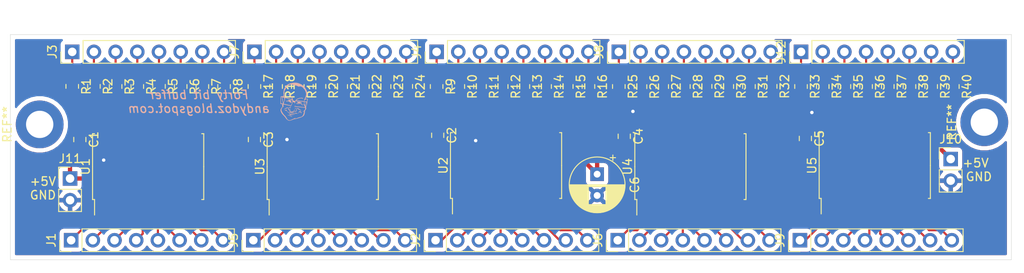
<source format=kicad_pcb>
(kicad_pcb (version 20171130) (host pcbnew "(5.1.8)-1")
  (layers (0 F.Cu signal) (31 B.Cu signal) (34 B.Paste user) (35 F.Paste user) (36 B.SilkS user) (37 F.SilkS user) (38 B.Mask user) (39 F.Mask user) (44 Edge.Cuts user))
  (net 0 "")
  (net 1 GND)
  (net 2 +5V)
  (net 3 "Net-(J1-Pad8)")
  (net 4 "Net-(J1-Pad7)")
  (net 5 "Net-(J1-Pad6)")
  (net 6 "Net-(J1-Pad5)")
  (net 7 "Net-(J1-Pad4)")
  (net 8 "Net-(J1-Pad3)")
  (net 9 "Net-(J1-Pad2)")
  (net 10 "Net-(J1-Pad1)")
  (net 11 "Net-(J2-Pad8)")
  (net 12 "Net-(J2-Pad7)")
  (net 13 "Net-(J2-Pad6)")
  (net 14 "Net-(J2-Pad5)")
  (net 15 "Net-(J2-Pad4)")
  (net 16 "Net-(J2-Pad3)")
  (net 17 "Net-(J2-Pad2)")
  (net 18 "Net-(J2-Pad1)")
  (net 19 "Net-(J3-Pad8)")
  (net 20 "Net-(J3-Pad7)")
  (net 21 "Net-(J3-Pad6)")
  (net 22 "Net-(J3-Pad5)")
  (net 23 "Net-(J3-Pad4)")
  (net 24 "Net-(J3-Pad3)")
  (net 25 "Net-(J3-Pad2)")
  (net 26 "Net-(J3-Pad1)")
  (net 27 "Net-(J4-Pad8)")
  (net 28 "Net-(J4-Pad7)")
  (net 29 "Net-(J4-Pad6)")
  (net 30 "Net-(J4-Pad5)")
  (net 31 "Net-(J4-Pad4)")
  (net 32 "Net-(J4-Pad3)")
  (net 33 "Net-(J4-Pad2)")
  (net 34 "Net-(J4-Pad1)")
  (net 35 "Net-(J5-Pad8)")
  (net 36 "Net-(J5-Pad7)")
  (net 37 "Net-(J5-Pad6)")
  (net 38 "Net-(J5-Pad5)")
  (net 39 "Net-(J5-Pad4)")
  (net 40 "Net-(J5-Pad3)")
  (net 41 "Net-(J5-Pad2)")
  (net 42 "Net-(J5-Pad1)")
  (net 43 "Net-(J6-Pad8)")
  (net 44 "Net-(J6-Pad7)")
  (net 45 "Net-(J6-Pad6)")
  (net 46 "Net-(J6-Pad5)")
  (net 47 "Net-(J6-Pad4)")
  (net 48 "Net-(J6-Pad3)")
  (net 49 "Net-(J6-Pad2)")
  (net 50 "Net-(J6-Pad1)")
  (net 51 "Net-(J7-Pad8)")
  (net 52 "Net-(J7-Pad7)")
  (net 53 "Net-(J7-Pad6)")
  (net 54 "Net-(J7-Pad5)")
  (net 55 "Net-(J7-Pad4)")
  (net 56 "Net-(J7-Pad3)")
  (net 57 "Net-(J7-Pad2)")
  (net 58 "Net-(J7-Pad1)")
  (net 59 "Net-(J8-Pad8)")
  (net 60 "Net-(J8-Pad7)")
  (net 61 "Net-(J8-Pad6)")
  (net 62 "Net-(J8-Pad5)")
  (net 63 "Net-(J8-Pad4)")
  (net 64 "Net-(J8-Pad3)")
  (net 65 "Net-(J8-Pad2)")
  (net 66 "Net-(J8-Pad1)")
  (net 67 "Net-(J9-Pad8)")
  (net 68 "Net-(J9-Pad7)")
  (net 69 "Net-(J9-Pad6)")
  (net 70 "Net-(J9-Pad5)")
  (net 71 "Net-(J9-Pad4)")
  (net 72 "Net-(J9-Pad3)")
  (net 73 "Net-(J9-Pad2)")
  (net 74 "Net-(J9-Pad1)")
  (net 75 "Net-(J12-Pad8)")
  (net 76 "Net-(J12-Pad7)")
  (net 77 "Net-(J12-Pad6)")
  (net 78 "Net-(J12-Pad5)")
  (net 79 "Net-(J12-Pad4)")
  (net 80 "Net-(J12-Pad3)")
  (net 81 "Net-(J12-Pad2)")
  (net 82 "Net-(J12-Pad1)")
  (net 83 "Net-(R1-Pad2)")
  (net 84 "Net-(R2-Pad2)")
  (net 85 "Net-(R3-Pad2)")
  (net 86 "Net-(R4-Pad2)")
  (net 87 "Net-(R5-Pad2)")
  (net 88 "Net-(R6-Pad2)")
  (net 89 "Net-(R7-Pad2)")
  (net 90 "Net-(R8-Pad2)")
  (net 91 "Net-(R9-Pad2)")
  (net 92 "Net-(R10-Pad2)")
  (net 93 "Net-(R11-Pad2)")
  (net 94 "Net-(R12-Pad2)")
  (net 95 "Net-(R13-Pad2)")
  (net 96 "Net-(R14-Pad2)")
  (net 97 "Net-(R15-Pad2)")
  (net 98 "Net-(R16-Pad2)")
  (net 99 "Net-(R17-Pad2)")
  (net 100 "Net-(R18-Pad2)")
  (net 101 "Net-(R19-Pad2)")
  (net 102 "Net-(R20-Pad2)")
  (net 103 "Net-(R21-Pad2)")
  (net 104 "Net-(R22-Pad2)")
  (net 105 "Net-(R23-Pad2)")
  (net 106 "Net-(R24-Pad2)")
  (net 107 "Net-(R25-Pad2)")
  (net 108 "Net-(R26-Pad2)")
  (net 109 "Net-(R27-Pad2)")
  (net 110 "Net-(R28-Pad2)")
  (net 111 "Net-(R29-Pad2)")
  (net 112 "Net-(R30-Pad2)")
  (net 113 "Net-(R31-Pad2)")
  (net 114 "Net-(R32-Pad2)")
  (net 115 "Net-(R33-Pad2)")
  (net 116 "Net-(R34-Pad2)")
  (net 117 "Net-(R35-Pad2)")
  (net 118 "Net-(R36-Pad2)")
  (net 119 "Net-(R37-Pad2)")
  (net 120 "Net-(R38-Pad2)")
  (net 121 "Net-(R39-Pad2)")
  (net 122 "Net-(R40-Pad2)")
  (module Raycom:doz (layer B.Cu) (at 82.042 89.027 180)
    (fp_text reference G*** hide)
    (fp_text value LOGO hide)
  )
  (module Connector_PinHeader_2.54mm:PinHeader_1x08_P2.54mm_Vertical (layer F.Cu) (at 98.806 83.185 90)
    (fp_text reference J4 (at 0 -2.33 90) (layer F.SilkS))
    (fp_text value "LED Bank 2")
    (pad 8 thru_hole oval (at 0 17.78 90) (size 1.7 1.7) (drill 1) (layers *.Cu *.Mask) (net 27 "Net-(J4-Pad8)"))
    (pad 7 thru_hole oval (at 0 15.24 90) (size 1.7 1.7) (drill 1) (layers *.Cu *.Mask) (net 28 "Net-(J4-Pad7)"))
    (pad 6 thru_hole oval (at 0 12.7 90) (size 1.7 1.7) (drill 1) (layers *.Cu *.Mask) (net 29 "Net-(J4-Pad6)"))
    (pad 5 thru_hole oval (at 0 10.16 90) (size 1.7 1.7) (drill 1) (layers *.Cu *.Mask) (net 30 "Net-(J4-Pad5)"))
    (pad 4 thru_hole oval (at 0 7.62 90) (size 1.7 1.7) (drill 1) (layers *.Cu *.Mask) (net 31 "Net-(J4-Pad4)"))
    (pad 3 thru_hole oval (at 0 5.08 90) (size 1.7 1.7) (drill 1) (layers *.Cu *.Mask) (net 32 "Net-(J4-Pad3)"))
    (pad 2 thru_hole oval (at 0 2.54 90) (size 1.7 1.7) (drill 1) (layers *.Cu *.Mask) (net 33 "Net-(J4-Pad2)"))
    (pad 1 thru_hole rect (at 0 0 90) (size 1.7 1.7) (drill 1) (layers *.Cu *.Mask) (net 34 "Net-(J4-Pad1)"))
  )
  (module Connector_PinHeader_2.54mm:PinHeader_1x08_P2.54mm_Vertical (layer F.Cu) (at 120.142 83.185 90)
    (fp_text reference J8 (at 0 -2.33 90) (layer F.SilkS))
    (fp_text value "LED Bank 3")
    (pad 8 thru_hole oval (at 0 17.78 90) (size 1.7 1.7) (drill 1) (layers *.Cu *.Mask) (net 59 "Net-(J8-Pad8)"))
    (pad 7 thru_hole oval (at 0 15.24 90) (size 1.7 1.7) (drill 1) (layers *.Cu *.Mask) (net 60 "Net-(J8-Pad7)"))
    (pad 6 thru_hole oval (at 0 12.7 90) (size 1.7 1.7) (drill 1) (layers *.Cu *.Mask) (net 61 "Net-(J8-Pad6)"))
    (pad 5 thru_hole oval (at 0 10.16 90) (size 1.7 1.7) (drill 1) (layers *.Cu *.Mask) (net 62 "Net-(J8-Pad5)"))
    (pad 4 thru_hole oval (at 0 7.62 90) (size 1.7 1.7) (drill 1) (layers *.Cu *.Mask) (net 63 "Net-(J8-Pad4)"))
    (pad 3 thru_hole oval (at 0 5.08 90) (size 1.7 1.7) (drill 1) (layers *.Cu *.Mask) (net 64 "Net-(J8-Pad3)"))
    (pad 2 thru_hole oval (at 0 2.54 90) (size 1.7 1.7) (drill 1) (layers *.Cu *.Mask) (net 65 "Net-(J8-Pad2)"))
    (pad 1 thru_hole rect (at 0 0 90) (size 1.7 1.7) (drill 1) (layers *.Cu *.Mask) (net 66 "Net-(J8-Pad1)"))
  )
  (module Connector_PinHeader_2.54mm:PinHeader_1x08_P2.54mm_Vertical (layer F.Cu) (at 77.47 83.185 90)
    (fp_text reference J7 (at 0 -2.33 90) (layer F.SilkS))
    (fp_text value "LED Bank 1")
    (pad 8 thru_hole oval (at 0 17.78 90) (size 1.7 1.7) (drill 1) (layers *.Cu *.Mask) (net 51 "Net-(J7-Pad8)"))
    (pad 7 thru_hole oval (at 0 15.24 90) (size 1.7 1.7) (drill 1) (layers *.Cu *.Mask) (net 52 "Net-(J7-Pad7)"))
    (pad 6 thru_hole oval (at 0 12.7 90) (size 1.7 1.7) (drill 1) (layers *.Cu *.Mask) (net 53 "Net-(J7-Pad6)"))
    (pad 5 thru_hole oval (at 0 10.16 90) (size 1.7 1.7) (drill 1) (layers *.Cu *.Mask) (net 54 "Net-(J7-Pad5)"))
    (pad 4 thru_hole oval (at 0 7.62 90) (size 1.7 1.7) (drill 1) (layers *.Cu *.Mask) (net 55 "Net-(J7-Pad4)"))
    (pad 3 thru_hole oval (at 0 5.08 90) (size 1.7 1.7) (drill 1) (layers *.Cu *.Mask) (net 56 "Net-(J7-Pad3)"))
    (pad 2 thru_hole oval (at 0 2.54 90) (size 1.7 1.7) (drill 1) (layers *.Cu *.Mask) (net 57 "Net-(J7-Pad2)"))
    (pad 1 thru_hole rect (at 0 0 90) (size 1.7 1.7) (drill 1) (layers *.Cu *.Mask) (net 58 "Net-(J7-Pad1)"))
  )
  (module Connector_PinHeader_2.54mm:PinHeader_1x08_P2.54mm_Vertical (layer F.Cu) (at 56.134 83.185 90)
    (fp_text reference J3 (at 0 -2.33 90) (layer F.SilkS))
    (fp_text value "LED Bank 0")
    (pad 8 thru_hole oval (at 0 17.78 90) (size 1.7 1.7) (drill 1) (layers *.Cu *.Mask) (net 19 "Net-(J3-Pad8)"))
    (pad 7 thru_hole oval (at 0 15.24 90) (size 1.7 1.7) (drill 1) (layers *.Cu *.Mask) (net 20 "Net-(J3-Pad7)"))
    (pad 6 thru_hole oval (at 0 12.7 90) (size 1.7 1.7) (drill 1) (layers *.Cu *.Mask) (net 21 "Net-(J3-Pad6)"))
    (pad 5 thru_hole oval (at 0 10.16 90) (size 1.7 1.7) (drill 1) (layers *.Cu *.Mask) (net 22 "Net-(J3-Pad5)"))
    (pad 4 thru_hole oval (at 0 7.62 90) (size 1.7 1.7) (drill 1) (layers *.Cu *.Mask) (net 23 "Net-(J3-Pad4)"))
    (pad 3 thru_hole oval (at 0 5.08 90) (size 1.7 1.7) (drill 1) (layers *.Cu *.Mask) (net 24 "Net-(J3-Pad3)"))
    (pad 2 thru_hole oval (at 0 2.54 90) (size 1.7 1.7) (drill 1) (layers *.Cu *.Mask) (net 25 "Net-(J3-Pad2)"))
    (pad 1 thru_hole rect (at 0 0 90) (size 1.7 1.7) (drill 1) (layers *.Cu *.Mask) (net 26 "Net-(J3-Pad1)"))
  )
  (module Connector_PinHeader_2.54mm:PinHeader_1x08_P2.54mm_Vertical (layer F.Cu) (at 141.478 83.185 90)
    (fp_text reference J12 (at 0 -2.33 90) (layer F.SilkS))
    (fp_text value "LED Bank 4")
    (pad 8 thru_hole oval (at 0 17.78 90) (size 1.7 1.7) (drill 1) (layers *.Cu *.Mask) (net 75 "Net-(J12-Pad8)"))
    (pad 7 thru_hole oval (at 0 15.24 90) (size 1.7 1.7) (drill 1) (layers *.Cu *.Mask) (net 76 "Net-(J12-Pad7)"))
    (pad 6 thru_hole oval (at 0 12.7 90) (size 1.7 1.7) (drill 1) (layers *.Cu *.Mask) (net 77 "Net-(J12-Pad6)"))
    (pad 5 thru_hole oval (at 0 10.16 90) (size 1.7 1.7) (drill 1) (layers *.Cu *.Mask) (net 78 "Net-(J12-Pad5)"))
    (pad 4 thru_hole oval (at 0 7.62 90) (size 1.7 1.7) (drill 1) (layers *.Cu *.Mask) (net 79 "Net-(J12-Pad4)"))
    (pad 3 thru_hole oval (at 0 5.08 90) (size 1.7 1.7) (drill 1) (layers *.Cu *.Mask) (net 80 "Net-(J12-Pad3)"))
    (pad 2 thru_hole oval (at 0 2.54 90) (size 1.7 1.7) (drill 1) (layers *.Cu *.Mask) (net 81 "Net-(J12-Pad2)"))
    (pad 1 thru_hole rect (at 0 0 90) (size 1.7 1.7) (drill 1) (layers *.Cu *.Mask) (net 82 "Net-(J12-Pad1)"))
  )
  (module MountingHole:MountingHole_3.2mm_M3_DIN965_Pad (layer F.Cu) (at 162.941 91.44 90)
    (fp_text reference REF** (at 0 -3.8 90) (layer F.SilkS))
    (fp_text value MountingHole_3.2mm_M3_DIN965_Pad)
    (pad 1 thru_hole circle (at 0 0 90) (size 5.6 5.6) (drill 3.2) (layers *.Cu *.Mask))
  )
  (module MountingHole:MountingHole_3.2mm_M3_DIN965_Pad (layer F.Cu) (at 52.324 91.694 90)
    (fp_text reference REF** (at 0 -3.8 90) (layer F.SilkS))
    (fp_text value MountingHole_3.2mm_M3_DIN965_Pad)
    (pad 1 thru_hole circle (at 0 0 90) (size 5.6 5.6) (drill 3.2) (layers *.Cu *.Mask))
  )
  (module Connector_PinHeader_2.54mm:PinHeader_1x02_P2.54mm_Vertical (layer F.Cu) (at 55.88 98.044)
    (fp_text reference J11 (at 0 -2.33) (layer F.SilkS))
    (fp_text value PWR)
    (pad 2 thru_hole oval (at 0 2.54) (size 1.7 1.7) (drill 1) (layers *.Cu *.Mask) (net 1 GND))
    (pad 1 thru_hole rect (at 0 0) (size 1.7 1.7) (drill 1) (layers *.Cu *.Mask) (net 2 +5V))
  )
  (module Connector_PinHeader_2.54mm:PinHeader_1x02_P2.54mm_Vertical (layer F.Cu) (at 159.004 95.758)
    (fp_text reference J10 (at 0 -2.33) (layer F.SilkS))
    (fp_text value PWR)
    (pad 2 thru_hole oval (at 0 2.54) (size 1.7 1.7) (drill 1) (layers *.Cu *.Mask) (net 1 GND))
    (pad 1 thru_hole rect (at 0 0) (size 1.7 1.7) (drill 1) (layers *.Cu *.Mask) (net 2 +5V))
  )
  (module Package_SO:SOIC-20W_7.5x12.8mm_P1.27mm (layer F.Cu) (at 150.114 96.52 90)
    (fp_text reference U5 (at 0 -7.35 90) (layer F.SilkS))
    (fp_text value 74HCT541)
    (pad 20 smd roundrect (at 4.65 -5.715 90) (size 2.05 0.6) (layers F.Cu F.Paste F.Mask) (net 2 +5V))
    (pad 19 smd roundrect (at 4.65 -4.445 90) (size 2.05 0.6) (layers F.Cu F.Paste F.Mask) (net 1 GND))
    (pad 18 smd roundrect (at 4.65 -3.175 90) (size 2.05 0.6) (layers F.Cu F.Paste F.Mask) (net 115 "Net-(R33-Pad2)"))
    (pad 17 smd roundrect (at 4.65 -1.905 90) (size 2.05 0.6) (layers F.Cu F.Paste F.Mask) (net 116 "Net-(R34-Pad2)"))
    (pad 16 smd roundrect (at 4.65 -0.635 90) (size 2.05 0.6) (layers F.Cu F.Paste F.Mask) (net 117 "Net-(R35-Pad2)"))
    (pad 15 smd roundrect (at 4.65 0.635 90) (size 2.05 0.6) (layers F.Cu F.Paste F.Mask) (net 118 "Net-(R36-Pad2)"))
    (pad 14 smd roundrect (at 4.65 1.905 90) (size 2.05 0.6) (layers F.Cu F.Paste F.Mask) (net 119 "Net-(R37-Pad2)"))
    (pad 13 smd roundrect (at 4.65 3.175 90) (size 2.05 0.6) (layers F.Cu F.Paste F.Mask) (net 120 "Net-(R38-Pad2)"))
    (pad 12 smd roundrect (at 4.65 4.445 90) (size 2.05 0.6) (layers F.Cu F.Paste F.Mask) (net 121 "Net-(R39-Pad2)"))
    (pad 11 smd roundrect (at 4.65 5.715 90) (size 2.05 0.6) (layers F.Cu F.Paste F.Mask) (net 122 "Net-(R40-Pad2)"))
    (pad 10 smd roundrect (at -4.65 5.715 90) (size 2.05 0.6) (layers F.Cu F.Paste F.Mask) (net 1 GND))
    (pad 9 smd roundrect (at -4.65 4.445 90) (size 2.05 0.6) (layers F.Cu F.Paste F.Mask) (net 67 "Net-(J9-Pad8)"))
    (pad 8 smd roundrect (at -4.65 3.175 90) (size 2.05 0.6) (layers F.Cu F.Paste F.Mask) (net 68 "Net-(J9-Pad7)"))
    (pad 7 smd roundrect (at -4.65 1.905 90) (size 2.05 0.6) (layers F.Cu F.Paste F.Mask) (net 69 "Net-(J9-Pad6)"))
    (pad 6 smd roundrect (at -4.65 0.635 90) (size 2.05 0.6) (layers F.Cu F.Paste F.Mask) (net 70 "Net-(J9-Pad5)"))
    (pad 5 smd roundrect (at -4.65 -0.635 90) (size 2.05 0.6) (layers F.Cu F.Paste F.Mask) (net 71 "Net-(J9-Pad4)"))
    (pad 4 smd roundrect (at -4.65 -1.905 90) (size 2.05 0.6) (layers F.Cu F.Paste F.Mask) (net 72 "Net-(J9-Pad3)"))
    (pad 3 smd roundrect (at -4.65 -3.175 90) (size 2.05 0.6) (layers F.Cu F.Paste F.Mask) (net 73 "Net-(J9-Pad2)"))
    (pad 2 smd roundrect (at -4.65 -4.445 90) (size 2.05 0.6) (layers F.Cu F.Paste F.Mask) (net 74 "Net-(J9-Pad1)"))
    (pad 1 smd roundrect (at -4.65 -5.715 90) (size 2.05 0.6) (layers F.Cu F.Paste F.Mask) (net 1 GND))
  )
  (module Package_SO:SOIC-20W_7.5x12.8mm_P1.27mm (layer F.Cu) (at 128.524 96.647 90)
    (fp_text reference U4 (at 0 -7.35 90) (layer F.SilkS))
    (fp_text value 74HCT541)
    (pad 20 smd roundrect (at 4.65 -5.715 90) (size 2.05 0.6) (layers F.Cu F.Paste F.Mask) (net 2 +5V))
    (pad 19 smd roundrect (at 4.65 -4.445 90) (size 2.05 0.6) (layers F.Cu F.Paste F.Mask) (net 1 GND))
    (pad 18 smd roundrect (at 4.65 -3.175 90) (size 2.05 0.6) (layers F.Cu F.Paste F.Mask) (net 107 "Net-(R25-Pad2)"))
    (pad 17 smd roundrect (at 4.65 -1.905 90) (size 2.05 0.6) (layers F.Cu F.Paste F.Mask) (net 108 "Net-(R26-Pad2)"))
    (pad 16 smd roundrect (at 4.65 -0.635 90) (size 2.05 0.6) (layers F.Cu F.Paste F.Mask) (net 109 "Net-(R27-Pad2)"))
    (pad 15 smd roundrect (at 4.65 0.635 90) (size 2.05 0.6) (layers F.Cu F.Paste F.Mask) (net 110 "Net-(R28-Pad2)"))
    (pad 14 smd roundrect (at 4.65 1.905 90) (size 2.05 0.6) (layers F.Cu F.Paste F.Mask) (net 111 "Net-(R29-Pad2)"))
    (pad 13 smd roundrect (at 4.65 3.175 90) (size 2.05 0.6) (layers F.Cu F.Paste F.Mask) (net 112 "Net-(R30-Pad2)"))
    (pad 12 smd roundrect (at 4.65 4.445 90) (size 2.05 0.6) (layers F.Cu F.Paste F.Mask) (net 113 "Net-(R31-Pad2)"))
    (pad 11 smd roundrect (at 4.65 5.715 90) (size 2.05 0.6) (layers F.Cu F.Paste F.Mask) (net 114 "Net-(R32-Pad2)"))
    (pad 10 smd roundrect (at -4.65 5.715 90) (size 2.05 0.6) (layers F.Cu F.Paste F.Mask) (net 1 GND))
    (pad 9 smd roundrect (at -4.65 4.445 90) (size 2.05 0.6) (layers F.Cu F.Paste F.Mask) (net 43 "Net-(J6-Pad8)"))
    (pad 8 smd roundrect (at -4.65 3.175 90) (size 2.05 0.6) (layers F.Cu F.Paste F.Mask) (net 44 "Net-(J6-Pad7)"))
    (pad 7 smd roundrect (at -4.65 1.905 90) (size 2.05 0.6) (layers F.Cu F.Paste F.Mask) (net 45 "Net-(J6-Pad6)"))
    (pad 6 smd roundrect (at -4.65 0.635 90) (size 2.05 0.6) (layers F.Cu F.Paste F.Mask) (net 46 "Net-(J6-Pad5)"))
    (pad 5 smd roundrect (at -4.65 -0.635 90) (size 2.05 0.6) (layers F.Cu F.Paste F.Mask) (net 47 "Net-(J6-Pad4)"))
    (pad 4 smd roundrect (at -4.65 -1.905 90) (size 2.05 0.6) (layers F.Cu F.Paste F.Mask) (net 48 "Net-(J6-Pad3)"))
    (pad 3 smd roundrect (at -4.65 -3.175 90) (size 2.05 0.6) (layers F.Cu F.Paste F.Mask) (net 49 "Net-(J6-Pad2)"))
    (pad 2 smd roundrect (at -4.65 -4.445 90) (size 2.05 0.6) (layers F.Cu F.Paste F.Mask) (net 50 "Net-(J6-Pad1)"))
    (pad 1 smd roundrect (at -4.65 -5.715 90) (size 2.05 0.6) (layers F.Cu F.Paste F.Mask) (net 1 GND))
  )
  (module Package_SO:SOIC-20W_7.5x12.8mm_P1.27mm (layer F.Cu) (at 85.471 96.647 90)
    (fp_text reference U3 (at 0 -7.35 90) (layer F.SilkS))
    (fp_text value 74HCT541)
    (pad 20 smd roundrect (at 4.65 -5.715 90) (size 2.05 0.6) (layers F.Cu F.Paste F.Mask) (net 2 +5V))
    (pad 19 smd roundrect (at 4.65 -4.445 90) (size 2.05 0.6) (layers F.Cu F.Paste F.Mask) (net 1 GND))
    (pad 18 smd roundrect (at 4.65 -3.175 90) (size 2.05 0.6) (layers F.Cu F.Paste F.Mask) (net 99 "Net-(R17-Pad2)"))
    (pad 17 smd roundrect (at 4.65 -1.905 90) (size 2.05 0.6) (layers F.Cu F.Paste F.Mask) (net 100 "Net-(R18-Pad2)"))
    (pad 16 smd roundrect (at 4.65 -0.635 90) (size 2.05 0.6) (layers F.Cu F.Paste F.Mask) (net 101 "Net-(R19-Pad2)"))
    (pad 15 smd roundrect (at 4.65 0.635 90) (size 2.05 0.6) (layers F.Cu F.Paste F.Mask) (net 102 "Net-(R20-Pad2)"))
    (pad 14 smd roundrect (at 4.65 1.905 90) (size 2.05 0.6) (layers F.Cu F.Paste F.Mask) (net 103 "Net-(R21-Pad2)"))
    (pad 13 smd roundrect (at 4.65 3.175 90) (size 2.05 0.6) (layers F.Cu F.Paste F.Mask) (net 104 "Net-(R22-Pad2)"))
    (pad 12 smd roundrect (at 4.65 4.445 90) (size 2.05 0.6) (layers F.Cu F.Paste F.Mask) (net 105 "Net-(R23-Pad2)"))
    (pad 11 smd roundrect (at 4.65 5.715 90) (size 2.05 0.6) (layers F.Cu F.Paste F.Mask) (net 106 "Net-(R24-Pad2)"))
    (pad 10 smd roundrect (at -4.65 5.715 90) (size 2.05 0.6) (layers F.Cu F.Paste F.Mask) (net 1 GND))
    (pad 9 smd roundrect (at -4.65 4.445 90) (size 2.05 0.6) (layers F.Cu F.Paste F.Mask) (net 35 "Net-(J5-Pad8)"))
    (pad 8 smd roundrect (at -4.65 3.175 90) (size 2.05 0.6) (layers F.Cu F.Paste F.Mask) (net 36 "Net-(J5-Pad7)"))
    (pad 7 smd roundrect (at -4.65 1.905 90) (size 2.05 0.6) (layers F.Cu F.Paste F.Mask) (net 37 "Net-(J5-Pad6)"))
    (pad 6 smd roundrect (at -4.65 0.635 90) (size 2.05 0.6) (layers F.Cu F.Paste F.Mask) (net 38 "Net-(J5-Pad5)"))
    (pad 5 smd roundrect (at -4.65 -0.635 90) (size 2.05 0.6) (layers F.Cu F.Paste F.Mask) (net 39 "Net-(J5-Pad4)"))
    (pad 4 smd roundrect (at -4.65 -1.905 90) (size 2.05 0.6) (layers F.Cu F.Paste F.Mask) (net 40 "Net-(J5-Pad3)"))
    (pad 3 smd roundrect (at -4.65 -3.175 90) (size 2.05 0.6) (layers F.Cu F.Paste F.Mask) (net 41 "Net-(J5-Pad2)"))
    (pad 2 smd roundrect (at -4.65 -4.445 90) (size 2.05 0.6) (layers F.Cu F.Paste F.Mask) (net 42 "Net-(J5-Pad1)"))
    (pad 1 smd roundrect (at -4.65 -5.715 90) (size 2.05 0.6) (layers F.Cu F.Paste F.Mask) (net 1 GND))
  )
  (module Package_SO:SOIC-20W_7.5x12.8mm_P1.27mm (layer F.Cu) (at 106.934 96.52 90)
    (fp_text reference U2 (at 0 -7.35 90) (layer F.SilkS))
    (fp_text value 74HCT541)
    (pad 20 smd roundrect (at 4.65 -5.715 90) (size 2.05 0.6) (layers F.Cu F.Paste F.Mask) (net 2 +5V))
    (pad 19 smd roundrect (at 4.65 -4.445 90) (size 2.05 0.6) (layers F.Cu F.Paste F.Mask) (net 1 GND))
    (pad 18 smd roundrect (at 4.65 -3.175 90) (size 2.05 0.6) (layers F.Cu F.Paste F.Mask) (net 91 "Net-(R9-Pad2)"))
    (pad 17 smd roundrect (at 4.65 -1.905 90) (size 2.05 0.6) (layers F.Cu F.Paste F.Mask) (net 92 "Net-(R10-Pad2)"))
    (pad 16 smd roundrect (at 4.65 -0.635 90) (size 2.05 0.6) (layers F.Cu F.Paste F.Mask) (net 93 "Net-(R11-Pad2)"))
    (pad 15 smd roundrect (at 4.65 0.635 90) (size 2.05 0.6) (layers F.Cu F.Paste F.Mask) (net 94 "Net-(R12-Pad2)"))
    (pad 14 smd roundrect (at 4.65 1.905 90) (size 2.05 0.6) (layers F.Cu F.Paste F.Mask) (net 95 "Net-(R13-Pad2)"))
    (pad 13 smd roundrect (at 4.65 3.175 90) (size 2.05 0.6) (layers F.Cu F.Paste F.Mask) (net 96 "Net-(R14-Pad2)"))
    (pad 12 smd roundrect (at 4.65 4.445 90) (size 2.05 0.6) (layers F.Cu F.Paste F.Mask) (net 97 "Net-(R15-Pad2)"))
    (pad 11 smd roundrect (at 4.65 5.715 90) (size 2.05 0.6) (layers F.Cu F.Paste F.Mask) (net 98 "Net-(R16-Pad2)"))
    (pad 10 smd roundrect (at -4.65 5.715 90) (size 2.05 0.6) (layers F.Cu F.Paste F.Mask) (net 1 GND))
    (pad 9 smd roundrect (at -4.65 4.445 90) (size 2.05 0.6) (layers F.Cu F.Paste F.Mask) (net 11 "Net-(J2-Pad8)"))
    (pad 8 smd roundrect (at -4.65 3.175 90) (size 2.05 0.6) (layers F.Cu F.Paste F.Mask) (net 12 "Net-(J2-Pad7)"))
    (pad 7 smd roundrect (at -4.65 1.905 90) (size 2.05 0.6) (layers F.Cu F.Paste F.Mask) (net 13 "Net-(J2-Pad6)"))
    (pad 6 smd roundrect (at -4.65 0.635 90) (size 2.05 0.6) (layers F.Cu F.Paste F.Mask) (net 14 "Net-(J2-Pad5)"))
    (pad 5 smd roundrect (at -4.65 -0.635 90) (size 2.05 0.6) (layers F.Cu F.Paste F.Mask) (net 15 "Net-(J2-Pad4)"))
    (pad 4 smd roundrect (at -4.65 -1.905 90) (size 2.05 0.6) (layers F.Cu F.Paste F.Mask) (net 16 "Net-(J2-Pad3)"))
    (pad 3 smd roundrect (at -4.65 -3.175 90) (size 2.05 0.6) (layers F.Cu F.Paste F.Mask) (net 17 "Net-(J2-Pad2)"))
    (pad 2 smd roundrect (at -4.65 -4.445 90) (size 2.05 0.6) (layers F.Cu F.Paste F.Mask) (net 18 "Net-(J2-Pad1)"))
    (pad 1 smd roundrect (at -4.65 -5.715 90) (size 2.05 0.6) (layers F.Cu F.Paste F.Mask) (net 1 GND))
  )
  (module Package_SO:SOIC-20W_7.5x12.8mm_P1.27mm (layer F.Cu) (at 65.024 96.647 90)
    (fp_text reference U1 (at 0 -7.35 90) (layer F.SilkS))
    (fp_text value 74HCT541)
    (pad 20 smd roundrect (at 4.65 -5.715 90) (size 2.05 0.6) (layers F.Cu F.Paste F.Mask) (net 2 +5V))
    (pad 19 smd roundrect (at 4.65 -4.445 90) (size 2.05 0.6) (layers F.Cu F.Paste F.Mask) (net 1 GND))
    (pad 18 smd roundrect (at 4.65 -3.175 90) (size 2.05 0.6) (layers F.Cu F.Paste F.Mask) (net 83 "Net-(R1-Pad2)"))
    (pad 17 smd roundrect (at 4.65 -1.905 90) (size 2.05 0.6) (layers F.Cu F.Paste F.Mask) (net 84 "Net-(R2-Pad2)"))
    (pad 16 smd roundrect (at 4.65 -0.635 90) (size 2.05 0.6) (layers F.Cu F.Paste F.Mask) (net 85 "Net-(R3-Pad2)"))
    (pad 15 smd roundrect (at 4.65 0.635 90) (size 2.05 0.6) (layers F.Cu F.Paste F.Mask) (net 86 "Net-(R4-Pad2)"))
    (pad 14 smd roundrect (at 4.65 1.905 90) (size 2.05 0.6) (layers F.Cu F.Paste F.Mask) (net 87 "Net-(R5-Pad2)"))
    (pad 13 smd roundrect (at 4.65 3.175 90) (size 2.05 0.6) (layers F.Cu F.Paste F.Mask) (net 88 "Net-(R6-Pad2)"))
    (pad 12 smd roundrect (at 4.65 4.445 90) (size 2.05 0.6) (layers F.Cu F.Paste F.Mask) (net 89 "Net-(R7-Pad2)"))
    (pad 11 smd roundrect (at 4.65 5.715 90) (size 2.05 0.6) (layers F.Cu F.Paste F.Mask) (net 90 "Net-(R8-Pad2)"))
    (pad 10 smd roundrect (at -4.65 5.715 90) (size 2.05 0.6) (layers F.Cu F.Paste F.Mask) (net 1 GND))
    (pad 9 smd roundrect (at -4.65 4.445 90) (size 2.05 0.6) (layers F.Cu F.Paste F.Mask) (net 3 "Net-(J1-Pad8)"))
    (pad 8 smd roundrect (at -4.65 3.175 90) (size 2.05 0.6) (layers F.Cu F.Paste F.Mask) (net 4 "Net-(J1-Pad7)"))
    (pad 7 smd roundrect (at -4.65 1.905 90) (size 2.05 0.6) (layers F.Cu F.Paste F.Mask) (net 5 "Net-(J1-Pad6)"))
    (pad 6 smd roundrect (at -4.65 0.635 90) (size 2.05 0.6) (layers F.Cu F.Paste F.Mask) (net 6 "Net-(J1-Pad5)"))
    (pad 5 smd roundrect (at -4.65 -0.635 90) (size 2.05 0.6) (layers F.Cu F.Paste F.Mask) (net 7 "Net-(J1-Pad4)"))
    (pad 4 smd roundrect (at -4.65 -1.905 90) (size 2.05 0.6) (layers F.Cu F.Paste F.Mask) (net 8 "Net-(J1-Pad3)"))
    (pad 3 smd roundrect (at -4.65 -3.175 90) (size 2.05 0.6) (layers F.Cu F.Paste F.Mask) (net 9 "Net-(J1-Pad2)"))
    (pad 2 smd roundrect (at -4.65 -4.445 90) (size 2.05 0.6) (layers F.Cu F.Paste F.Mask) (net 10 "Net-(J1-Pad1)"))
    (pad 1 smd roundrect (at -4.65 -5.715 90) (size 2.05 0.6) (layers F.Cu F.Paste F.Mask) (net 1 GND))
  )
  (module Resistor_SMD:R_0805_2012Metric_Pad1.20x1.40mm_HandSolder (layer F.Cu) (at 159.258 87.249 270)
    (fp_text reference R40 (at 0 -1.65 90) (layer F.SilkS))
    (fp_text value 470)
    (pad 2 smd roundrect (at 1 0 270) (size 1.2 1.4) (layers F.Cu F.Paste F.Mask) (roundrect_rratio 0.2083325) (net 122 "Net-(R40-Pad2)"))
    (pad 1 smd roundrect (at -1 0 270) (size 1.2 1.4) (layers F.Cu F.Paste F.Mask) (roundrect_rratio 0.2083325) (net 75 "Net-(J12-Pad8)"))
  )
  (module Resistor_SMD:R_0805_2012Metric_Pad1.20x1.40mm_HandSolder (layer F.Cu) (at 156.718 87.249 270)
    (fp_text reference R39 (at 0 -1.65 90) (layer F.SilkS))
    (fp_text value 470)
    (pad 2 smd roundrect (at 1 0 270) (size 1.2 1.4) (layers F.Cu F.Paste F.Mask) (roundrect_rratio 0.2083325) (net 121 "Net-(R39-Pad2)"))
    (pad 1 smd roundrect (at -1 0 270) (size 1.2 1.4) (layers F.Cu F.Paste F.Mask) (roundrect_rratio 0.2083325) (net 76 "Net-(J12-Pad7)"))
  )
  (module Resistor_SMD:R_0805_2012Metric_Pad1.20x1.40mm_HandSolder (layer F.Cu) (at 154.178 87.249 270)
    (fp_text reference R38 (at 0 -1.65 90) (layer F.SilkS))
    (fp_text value 470)
    (pad 2 smd roundrect (at 1 0 270) (size 1.2 1.4) (layers F.Cu F.Paste F.Mask) (roundrect_rratio 0.2083325) (net 120 "Net-(R38-Pad2)"))
    (pad 1 smd roundrect (at -1 0 270) (size 1.2 1.4) (layers F.Cu F.Paste F.Mask) (roundrect_rratio 0.2083325) (net 77 "Net-(J12-Pad6)"))
  )
  (module Resistor_SMD:R_0805_2012Metric_Pad1.20x1.40mm_HandSolder (layer F.Cu) (at 151.638 87.249 270)
    (fp_text reference R37 (at 0 -1.65 90) (layer F.SilkS))
    (fp_text value 470)
    (pad 2 smd roundrect (at 1 0 270) (size 1.2 1.4) (layers F.Cu F.Paste F.Mask) (roundrect_rratio 0.2083325) (net 119 "Net-(R37-Pad2)"))
    (pad 1 smd roundrect (at -1 0 270) (size 1.2 1.4) (layers F.Cu F.Paste F.Mask) (roundrect_rratio 0.2083325) (net 78 "Net-(J12-Pad5)"))
  )
  (module Resistor_SMD:R_0805_2012Metric_Pad1.20x1.40mm_HandSolder (layer F.Cu) (at 149.098 87.249 270)
    (fp_text reference R36 (at 0 -1.65 90) (layer F.SilkS))
    (fp_text value 470)
    (pad 2 smd roundrect (at 1 0 270) (size 1.2 1.4) (layers F.Cu F.Paste F.Mask) (roundrect_rratio 0.2083325) (net 118 "Net-(R36-Pad2)"))
    (pad 1 smd roundrect (at -1 0 270) (size 1.2 1.4) (layers F.Cu F.Paste F.Mask) (roundrect_rratio 0.2083325) (net 79 "Net-(J12-Pad4)"))
  )
  (module Resistor_SMD:R_0805_2012Metric_Pad1.20x1.40mm_HandSolder (layer F.Cu) (at 146.558 87.249 270)
    (fp_text reference R35 (at 0 -1.65 90) (layer F.SilkS))
    (fp_text value 470)
    (pad 2 smd roundrect (at 1 0 270) (size 1.2 1.4) (layers F.Cu F.Paste F.Mask) (roundrect_rratio 0.2083325) (net 117 "Net-(R35-Pad2)"))
    (pad 1 smd roundrect (at -1 0 270) (size 1.2 1.4) (layers F.Cu F.Paste F.Mask) (roundrect_rratio 0.2083325) (net 80 "Net-(J12-Pad3)"))
  )
  (module Resistor_SMD:R_0805_2012Metric_Pad1.20x1.40mm_HandSolder (layer F.Cu) (at 144.018 87.249 270)
    (fp_text reference R34 (at 0 -1.65 90) (layer F.SilkS))
    (fp_text value 470)
    (pad 2 smd roundrect (at 1 0 270) (size 1.2 1.4) (layers F.Cu F.Paste F.Mask) (roundrect_rratio 0.2083325) (net 116 "Net-(R34-Pad2)"))
    (pad 1 smd roundrect (at -1 0 270) (size 1.2 1.4) (layers F.Cu F.Paste F.Mask) (roundrect_rratio 0.2083325) (net 81 "Net-(J12-Pad2)"))
  )
  (module Resistor_SMD:R_0805_2012Metric_Pad1.20x1.40mm_HandSolder (layer F.Cu) (at 141.478 87.249 270)
    (fp_text reference R33 (at 0 -1.65 90) (layer F.SilkS))
    (fp_text value 470)
    (pad 2 smd roundrect (at 1 0 270) (size 1.2 1.4) (layers F.Cu F.Paste F.Mask) (roundrect_rratio 0.2083325) (net 115 "Net-(R33-Pad2)"))
    (pad 1 smd roundrect (at -1 0 270) (size 1.2 1.4) (layers F.Cu F.Paste F.Mask) (roundrect_rratio 0.2083325) (net 82 "Net-(J12-Pad1)"))
  )
  (module Resistor_SMD:R_0805_2012Metric_Pad1.20x1.40mm_HandSolder (layer F.Cu) (at 137.922 87.233 270)
    (fp_text reference R32 (at 0 -1.65 90) (layer F.SilkS))
    (fp_text value 470)
    (pad 2 smd roundrect (at 1 0 270) (size 1.2 1.4) (layers F.Cu F.Paste F.Mask) (roundrect_rratio 0.2083325) (net 114 "Net-(R32-Pad2)"))
    (pad 1 smd roundrect (at -1 0 270) (size 1.2 1.4) (layers F.Cu F.Paste F.Mask) (roundrect_rratio 0.2083325) (net 59 "Net-(J8-Pad8)"))
  )
  (module Resistor_SMD:R_0805_2012Metric_Pad1.20x1.40mm_HandSolder (layer F.Cu) (at 135.382 87.249 270)
    (fp_text reference R31 (at 0 -1.65 90) (layer F.SilkS))
    (fp_text value 470)
    (pad 2 smd roundrect (at 1 0 270) (size 1.2 1.4) (layers F.Cu F.Paste F.Mask) (roundrect_rratio 0.2083325) (net 113 "Net-(R31-Pad2)"))
    (pad 1 smd roundrect (at -1 0 270) (size 1.2 1.4) (layers F.Cu F.Paste F.Mask) (roundrect_rratio 0.2083325) (net 60 "Net-(J8-Pad7)"))
  )
  (module Resistor_SMD:R_0805_2012Metric_Pad1.20x1.40mm_HandSolder (layer F.Cu) (at 132.842 87.249 270)
    (fp_text reference R30 (at 0 -1.65 90) (layer F.SilkS))
    (fp_text value 470)
    (pad 2 smd roundrect (at 1 0 270) (size 1.2 1.4) (layers F.Cu F.Paste F.Mask) (roundrect_rratio 0.2083325) (net 112 "Net-(R30-Pad2)"))
    (pad 1 smd roundrect (at -1 0 270) (size 1.2 1.4) (layers F.Cu F.Paste F.Mask) (roundrect_rratio 0.2083325) (net 61 "Net-(J8-Pad6)"))
  )
  (module Resistor_SMD:R_0805_2012Metric_Pad1.20x1.40mm_HandSolder (layer F.Cu) (at 130.302 87.233 270)
    (fp_text reference R29 (at 0 -1.65 90) (layer F.SilkS))
    (fp_text value 470)
    (pad 2 smd roundrect (at 1 0 270) (size 1.2 1.4) (layers F.Cu F.Paste F.Mask) (roundrect_rratio 0.2083325) (net 111 "Net-(R29-Pad2)"))
    (pad 1 smd roundrect (at -1 0 270) (size 1.2 1.4) (layers F.Cu F.Paste F.Mask) (roundrect_rratio 0.2083325) (net 62 "Net-(J8-Pad5)"))
  )
  (module Resistor_SMD:R_0805_2012Metric_Pad1.20x1.40mm_HandSolder (layer F.Cu) (at 127.762 87.249 270)
    (fp_text reference R28 (at 0 -1.65 90) (layer F.SilkS))
    (fp_text value 470)
    (pad 2 smd roundrect (at 1 0 270) (size 1.2 1.4) (layers F.Cu F.Paste F.Mask) (roundrect_rratio 0.2083325) (net 110 "Net-(R28-Pad2)"))
    (pad 1 smd roundrect (at -1 0 270) (size 1.2 1.4) (layers F.Cu F.Paste F.Mask) (roundrect_rratio 0.2083325) (net 63 "Net-(J8-Pad4)"))
  )
  (module Resistor_SMD:R_0805_2012Metric_Pad1.20x1.40mm_HandSolder (layer F.Cu) (at 125.222 87.249 270)
    (fp_text reference R27 (at 0 -1.65 90) (layer F.SilkS))
    (fp_text value 470)
    (pad 2 smd roundrect (at 1 0 270) (size 1.2 1.4) (layers F.Cu F.Paste F.Mask) (roundrect_rratio 0.2083325) (net 109 "Net-(R27-Pad2)"))
    (pad 1 smd roundrect (at -1 0 270) (size 1.2 1.4) (layers F.Cu F.Paste F.Mask) (roundrect_rratio 0.2083325) (net 64 "Net-(J8-Pad3)"))
  )
  (module Resistor_SMD:R_0805_2012Metric_Pad1.20x1.40mm_HandSolder (layer F.Cu) (at 122.682 87.265 270)
    (fp_text reference R26 (at 0 -1.65 90) (layer F.SilkS))
    (fp_text value 470)
    (pad 2 smd roundrect (at 1 0 270) (size 1.2 1.4) (layers F.Cu F.Paste F.Mask) (roundrect_rratio 0.2083325) (net 108 "Net-(R26-Pad2)"))
    (pad 1 smd roundrect (at -1 0 270) (size 1.2 1.4) (layers F.Cu F.Paste F.Mask) (roundrect_rratio 0.2083325) (net 65 "Net-(J8-Pad2)"))
  )
  (module Resistor_SMD:R_0805_2012Metric_Pad1.20x1.40mm_HandSolder (layer F.Cu) (at 120.142 87.249 270)
    (fp_text reference R25 (at 0 -1.65 90) (layer F.SilkS))
    (fp_text value 470)
    (pad 2 smd roundrect (at 1 0 270) (size 1.2 1.4) (layers F.Cu F.Paste F.Mask) (roundrect_rratio 0.2083325) (net 107 "Net-(R25-Pad2)"))
    (pad 1 smd roundrect (at -1 0 270) (size 1.2 1.4) (layers F.Cu F.Paste F.Mask) (roundrect_rratio 0.2083325) (net 66 "Net-(J8-Pad1)"))
  )
  (module Resistor_SMD:R_0805_2012Metric_Pad1.20x1.40mm_HandSolder (layer F.Cu) (at 95.25 87.233 270)
    (fp_text reference R24 (at 0 -1.65 90) (layer F.SilkS))
    (fp_text value 470)
    (pad 2 smd roundrect (at 1 0 270) (size 1.2 1.4) (layers F.Cu F.Paste F.Mask) (roundrect_rratio 0.2083325) (net 106 "Net-(R24-Pad2)"))
    (pad 1 smd roundrect (at -1 0 270) (size 1.2 1.4) (layers F.Cu F.Paste F.Mask) (roundrect_rratio 0.2083325) (net 51 "Net-(J7-Pad8)"))
  )
  (module Resistor_SMD:R_0805_2012Metric_Pad1.20x1.40mm_HandSolder (layer F.Cu) (at 92.71 87.249 270)
    (fp_text reference R23 (at 0 -1.65 90) (layer F.SilkS))
    (fp_text value 470)
    (pad 2 smd roundrect (at 1 0 270) (size 1.2 1.4) (layers F.Cu F.Paste F.Mask) (roundrect_rratio 0.2083325) (net 105 "Net-(R23-Pad2)"))
    (pad 1 smd roundrect (at -1 0 270) (size 1.2 1.4) (layers F.Cu F.Paste F.Mask) (roundrect_rratio 0.2083325) (net 52 "Net-(J7-Pad7)"))
  )
  (module Resistor_SMD:R_0805_2012Metric_Pad1.20x1.40mm_HandSolder (layer F.Cu) (at 90.17 87.249 270)
    (fp_text reference R22 (at 0 -1.65 90) (layer F.SilkS))
    (fp_text value 470)
    (pad 2 smd roundrect (at 1 0 270) (size 1.2 1.4) (layers F.Cu F.Paste F.Mask) (roundrect_rratio 0.2083325) (net 104 "Net-(R22-Pad2)"))
    (pad 1 smd roundrect (at -1 0 270) (size 1.2 1.4) (layers F.Cu F.Paste F.Mask) (roundrect_rratio 0.2083325) (net 53 "Net-(J7-Pad6)"))
  )
  (module Resistor_SMD:R_0805_2012Metric_Pad1.20x1.40mm_HandSolder (layer F.Cu) (at 87.63 87.249 270)
    (fp_text reference R21 (at 0 -1.65 90) (layer F.SilkS))
    (fp_text value 470)
    (pad 2 smd roundrect (at 1 0 270) (size 1.2 1.4) (layers F.Cu F.Paste F.Mask) (roundrect_rratio 0.2083325) (net 103 "Net-(R21-Pad2)"))
    (pad 1 smd roundrect (at -1 0 270) (size 1.2 1.4) (layers F.Cu F.Paste F.Mask) (roundrect_rratio 0.2083325) (net 54 "Net-(J7-Pad5)"))
  )
  (module Resistor_SMD:R_0805_2012Metric_Pad1.20x1.40mm_HandSolder (layer F.Cu) (at 85.09 87.233 270)
    (fp_text reference R20 (at 0 -1.65 90) (layer F.SilkS))
    (fp_text value 470)
    (pad 2 smd roundrect (at 1 0 270) (size 1.2 1.4) (layers F.Cu F.Paste F.Mask) (roundrect_rratio 0.2083325) (net 102 "Net-(R20-Pad2)"))
    (pad 1 smd roundrect (at -1 0 270) (size 1.2 1.4) (layers F.Cu F.Paste F.Mask) (roundrect_rratio 0.2083325) (net 55 "Net-(J7-Pad4)"))
  )
  (module Resistor_SMD:R_0805_2012Metric_Pad1.20x1.40mm_HandSolder (layer F.Cu) (at 82.55 87.249 270)
    (fp_text reference R19 (at 0 -1.65 90) (layer F.SilkS))
    (fp_text value 470)
    (pad 2 smd roundrect (at 1 0 270) (size 1.2 1.4) (layers F.Cu F.Paste F.Mask) (roundrect_rratio 0.2083325) (net 101 "Net-(R19-Pad2)"))
    (pad 1 smd roundrect (at -1 0 270) (size 1.2 1.4) (layers F.Cu F.Paste F.Mask) (roundrect_rratio 0.2083325) (net 56 "Net-(J7-Pad3)"))
  )
  (module Resistor_SMD:R_0805_2012Metric_Pad1.20x1.40mm_HandSolder (layer F.Cu) (at 80.01 87.249 270)
    (fp_text reference R18 (at 0 -1.65 90) (layer F.SilkS))
    (fp_text value 470)
    (pad 2 smd roundrect (at 1 0 270) (size 1.2 1.4) (layers F.Cu F.Paste F.Mask) (roundrect_rratio 0.2083325) (net 100 "Net-(R18-Pad2)"))
    (pad 1 smd roundrect (at -1 0 270) (size 1.2 1.4) (layers F.Cu F.Paste F.Mask) (roundrect_rratio 0.2083325) (net 57 "Net-(J7-Pad2)"))
  )
  (module Resistor_SMD:R_0805_2012Metric_Pad1.20x1.40mm_HandSolder (layer F.Cu) (at 77.47 87.249 270)
    (fp_text reference R17 (at 0 -1.65 90) (layer F.SilkS))
    (fp_text value 470)
    (pad 2 smd roundrect (at 1 0 270) (size 1.2 1.4) (layers F.Cu F.Paste F.Mask) (roundrect_rratio 0.2083325) (net 99 "Net-(R17-Pad2)"))
    (pad 1 smd roundrect (at -1 0 270) (size 1.2 1.4) (layers F.Cu F.Paste F.Mask) (roundrect_rratio 0.2083325) (net 58 "Net-(J7-Pad1)"))
  )
  (module Resistor_SMD:R_0805_2012Metric_Pad1.20x1.40mm_HandSolder (layer F.Cu) (at 116.586 87.249 270)
    (fp_text reference R16 (at 0 -1.65 90) (layer F.SilkS))
    (fp_text value 470)
    (pad 2 smd roundrect (at 1 0 270) (size 1.2 1.4) (layers F.Cu F.Paste F.Mask) (roundrect_rratio 0.2083325) (net 98 "Net-(R16-Pad2)"))
    (pad 1 smd roundrect (at -1 0 270) (size 1.2 1.4) (layers F.Cu F.Paste F.Mask) (roundrect_rratio 0.2083325) (net 27 "Net-(J4-Pad8)"))
  )
  (module Resistor_SMD:R_0805_2012Metric_Pad1.20x1.40mm_HandSolder (layer F.Cu) (at 114.046 87.249 270)
    (fp_text reference R15 (at 0 -1.65 90) (layer F.SilkS))
    (fp_text value 470)
    (pad 2 smd roundrect (at 1 0 270) (size 1.2 1.4) (layers F.Cu F.Paste F.Mask) (roundrect_rratio 0.2083325) (net 97 "Net-(R15-Pad2)"))
    (pad 1 smd roundrect (at -1 0 270) (size 1.2 1.4) (layers F.Cu F.Paste F.Mask) (roundrect_rratio 0.2083325) (net 28 "Net-(J4-Pad7)"))
  )
  (module Resistor_SMD:R_0805_2012Metric_Pad1.20x1.40mm_HandSolder (layer F.Cu) (at 111.506 87.249 270)
    (fp_text reference R14 (at 0 -1.65 90) (layer F.SilkS))
    (fp_text value 470)
    (pad 2 smd roundrect (at 1 0 270) (size 1.2 1.4) (layers F.Cu F.Paste F.Mask) (roundrect_rratio 0.2083325) (net 96 "Net-(R14-Pad2)"))
    (pad 1 smd roundrect (at -1 0 270) (size 1.2 1.4) (layers F.Cu F.Paste F.Mask) (roundrect_rratio 0.2083325) (net 29 "Net-(J4-Pad6)"))
  )
  (module Resistor_SMD:R_0805_2012Metric_Pad1.20x1.40mm_HandSolder (layer F.Cu) (at 108.966 87.249 270)
    (fp_text reference R13 (at 0 -1.65 90) (layer F.SilkS))
    (fp_text value 470)
    (pad 2 smd roundrect (at 1 0 270) (size 1.2 1.4) (layers F.Cu F.Paste F.Mask) (roundrect_rratio 0.2083325) (net 95 "Net-(R13-Pad2)"))
    (pad 1 smd roundrect (at -1 0 270) (size 1.2 1.4) (layers F.Cu F.Paste F.Mask) (roundrect_rratio 0.2083325) (net 30 "Net-(J4-Pad5)"))
  )
  (module Resistor_SMD:R_0805_2012Metric_Pad1.20x1.40mm_HandSolder (layer F.Cu) (at 106.426 87.249 270)
    (fp_text reference R12 (at 0 -1.65 90) (layer F.SilkS))
    (fp_text value 470)
    (pad 2 smd roundrect (at 1 0 270) (size 1.2 1.4) (layers F.Cu F.Paste F.Mask) (roundrect_rratio 0.2083325) (net 94 "Net-(R12-Pad2)"))
    (pad 1 smd roundrect (at -1 0 270) (size 1.2 1.4) (layers F.Cu F.Paste F.Mask) (roundrect_rratio 0.2083325) (net 31 "Net-(J4-Pad4)"))
  )
  (module Resistor_SMD:R_0805_2012Metric_Pad1.20x1.40mm_HandSolder (layer F.Cu) (at 103.886 87.249 270)
    (fp_text reference R11 (at 0 -1.65 90) (layer F.SilkS))
    (fp_text value 470)
    (pad 2 smd roundrect (at 1 0 270) (size 1.2 1.4) (layers F.Cu F.Paste F.Mask) (roundrect_rratio 0.2083325) (net 93 "Net-(R11-Pad2)"))
    (pad 1 smd roundrect (at -1 0 270) (size 1.2 1.4) (layers F.Cu F.Paste F.Mask) (roundrect_rratio 0.2083325) (net 32 "Net-(J4-Pad3)"))
  )
  (module Resistor_SMD:R_0805_2012Metric_Pad1.20x1.40mm_HandSolder (layer F.Cu) (at 101.346 87.249 270)
    (fp_text reference R10 (at 0 -1.65 90) (layer F.SilkS))
    (fp_text value 470)
    (pad 2 smd roundrect (at 1 0 270) (size 1.2 1.4) (layers F.Cu F.Paste F.Mask) (roundrect_rratio 0.2083325) (net 92 "Net-(R10-Pad2)"))
    (pad 1 smd roundrect (at -1 0 270) (size 1.2 1.4) (layers F.Cu F.Paste F.Mask) (roundrect_rratio 0.2083325) (net 33 "Net-(J4-Pad2)"))
  )
  (module Resistor_SMD:R_0805_2012Metric_Pad1.20x1.40mm_HandSolder (layer F.Cu) (at 98.806 87.249 270)
    (fp_text reference R9 (at 0 -1.65 90) (layer F.SilkS))
    (fp_text value 470)
    (pad 2 smd roundrect (at 1 0 270) (size 1.2 1.4) (layers F.Cu F.Paste F.Mask) (roundrect_rratio 0.2083325) (net 91 "Net-(R9-Pad2)"))
    (pad 1 smd roundrect (at -1 0 270) (size 1.2 1.4) (layers F.Cu F.Paste F.Mask) (roundrect_rratio 0.2083325) (net 34 "Net-(J4-Pad1)"))
  )
  (module Resistor_SMD:R_0805_2012Metric_Pad1.20x1.40mm_HandSolder (layer F.Cu) (at 73.914 87.249 270)
    (fp_text reference R8 (at 0 -1.65 90) (layer F.SilkS))
    (fp_text value 470)
    (pad 2 smd roundrect (at 1 0 270) (size 1.2 1.4) (layers F.Cu F.Paste F.Mask) (roundrect_rratio 0.2083325) (net 90 "Net-(R8-Pad2)"))
    (pad 1 smd roundrect (at -1 0 270) (size 1.2 1.4) (layers F.Cu F.Paste F.Mask) (roundrect_rratio 0.2083325) (net 19 "Net-(J3-Pad8)"))
  )
  (module Resistor_SMD:R_0805_2012Metric_Pad1.20x1.40mm_HandSolder (layer F.Cu) (at 71.374 87.249 270)
    (fp_text reference R7 (at 0 -1.65 90) (layer F.SilkS))
    (fp_text value 470)
    (pad 2 smd roundrect (at 1 0 270) (size 1.2 1.4) (layers F.Cu F.Paste F.Mask) (roundrect_rratio 0.2083325) (net 89 "Net-(R7-Pad2)"))
    (pad 1 smd roundrect (at -1 0 270) (size 1.2 1.4) (layers F.Cu F.Paste F.Mask) (roundrect_rratio 0.2083325) (net 20 "Net-(J3-Pad7)"))
  )
  (module Resistor_SMD:R_0805_2012Metric_Pad1.20x1.40mm_HandSolder (layer F.Cu) (at 68.834 87.249 270)
    (fp_text reference R6 (at 0 -1.65 90) (layer F.SilkS))
    (fp_text value 470)
    (pad 2 smd roundrect (at 1 0 270) (size 1.2 1.4) (layers F.Cu F.Paste F.Mask) (roundrect_rratio 0.2083325) (net 88 "Net-(R6-Pad2)"))
    (pad 1 smd roundrect (at -1 0 270) (size 1.2 1.4) (layers F.Cu F.Paste F.Mask) (roundrect_rratio 0.2083325) (net 21 "Net-(J3-Pad6)"))
  )
  (module Resistor_SMD:R_0805_2012Metric_Pad1.20x1.40mm_HandSolder (layer F.Cu) (at 66.294 87.233 270)
    (fp_text reference R5 (at 0 -1.65 90) (layer F.SilkS))
    (fp_text value 470)
    (pad 2 smd roundrect (at 1 0 270) (size 1.2 1.4) (layers F.Cu F.Paste F.Mask) (roundrect_rratio 0.2083325) (net 87 "Net-(R5-Pad2)"))
    (pad 1 smd roundrect (at -1 0 270) (size 1.2 1.4) (layers F.Cu F.Paste F.Mask) (roundrect_rratio 0.2083325) (net 22 "Net-(J3-Pad5)"))
  )
  (module Resistor_SMD:R_0805_2012Metric_Pad1.20x1.40mm_HandSolder (layer F.Cu) (at 63.754 87.249 270)
    (fp_text reference R4 (at 0 -1.65 90) (layer F.SilkS))
    (fp_text value 470)
    (pad 2 smd roundrect (at 1 0 270) (size 1.2 1.4) (layers F.Cu F.Paste F.Mask) (roundrect_rratio 0.2083325) (net 86 "Net-(R4-Pad2)"))
    (pad 1 smd roundrect (at -1 0 270) (size 1.2 1.4) (layers F.Cu F.Paste F.Mask) (roundrect_rratio 0.2083325) (net 23 "Net-(J3-Pad4)"))
  )
  (module Resistor_SMD:R_0805_2012Metric_Pad1.20x1.40mm_HandSolder (layer F.Cu) (at 61.214 87.249 270)
    (fp_text reference R3 (at 0 -1.65 90) (layer F.SilkS))
    (fp_text value 470)
    (pad 2 smd roundrect (at 1 0 270) (size 1.2 1.4) (layers F.Cu F.Paste F.Mask) (roundrect_rratio 0.2083325) (net 85 "Net-(R3-Pad2)"))
    (pad 1 smd roundrect (at -1 0 270) (size 1.2 1.4) (layers F.Cu F.Paste F.Mask) (roundrect_rratio 0.2083325) (net 24 "Net-(J3-Pad3)"))
  )
  (module Resistor_SMD:R_0805_2012Metric_Pad1.20x1.40mm_HandSolder (layer F.Cu) (at 58.674 87.233 270)
    (fp_text reference R2 (at 0 -1.65 90) (layer F.SilkS))
    (fp_text value 470)
    (pad 2 smd roundrect (at 1 0 270) (size 1.2 1.4) (layers F.Cu F.Paste F.Mask) (roundrect_rratio 0.2083325) (net 84 "Net-(R2-Pad2)"))
    (pad 1 smd roundrect (at -1 0 270) (size 1.2 1.4) (layers F.Cu F.Paste F.Mask) (roundrect_rratio 0.2083325) (net 25 "Net-(J3-Pad2)"))
  )
  (module Resistor_SMD:R_0805_2012Metric_Pad1.20x1.40mm_HandSolder (layer F.Cu) (at 56.134 87.233 270)
    (fp_text reference R1 (at 0 -1.65 90) (layer F.SilkS))
    (fp_text value 470)
    (pad 2 smd roundrect (at 1 0 270) (size 1.2 1.4) (layers F.Cu F.Paste F.Mask) (roundrect_rratio 0.2083325) (net 83 "Net-(R1-Pad2)"))
    (pad 1 smd roundrect (at -1 0 270) (size 1.2 1.4) (layers F.Cu F.Paste F.Mask) (roundrect_rratio 0.2083325) (net 26 "Net-(J3-Pad1)"))
  )
  (module Connector_PinHeader_2.54mm:PinHeader_1x08_P2.54mm_Vertical (layer F.Cu) (at 141.351 105.283 90)
    (fp_text reference J9 (at 0 -2.33 90) (layer F.SilkS))
    (fp_text value "In Bank 4")
    (pad 8 thru_hole oval (at 0 17.78 90) (size 1.7 1.7) (drill 1) (layers *.Cu *.Mask) (net 67 "Net-(J9-Pad8)"))
    (pad 7 thru_hole oval (at 0 15.24 90) (size 1.7 1.7) (drill 1) (layers *.Cu *.Mask) (net 68 "Net-(J9-Pad7)"))
    (pad 6 thru_hole oval (at 0 12.7 90) (size 1.7 1.7) (drill 1) (layers *.Cu *.Mask) (net 69 "Net-(J9-Pad6)"))
    (pad 5 thru_hole oval (at 0 10.16 90) (size 1.7 1.7) (drill 1) (layers *.Cu *.Mask) (net 70 "Net-(J9-Pad5)"))
    (pad 4 thru_hole oval (at 0 7.62 90) (size 1.7 1.7) (drill 1) (layers *.Cu *.Mask) (net 71 "Net-(J9-Pad4)"))
    (pad 3 thru_hole oval (at 0 5.08 90) (size 1.7 1.7) (drill 1) (layers *.Cu *.Mask) (net 72 "Net-(J9-Pad3)"))
    (pad 2 thru_hole oval (at 0 2.54 90) (size 1.7 1.7) (drill 1) (layers *.Cu *.Mask) (net 73 "Net-(J9-Pad2)"))
    (pad 1 thru_hole rect (at 0 0 90) (size 1.7 1.7) (drill 1) (layers *.Cu *.Mask) (net 74 "Net-(J9-Pad1)"))
  )
  (module Connector_PinHeader_2.54mm:PinHeader_1x08_P2.54mm_Vertical (layer F.Cu) (at 120.015 105.283 90)
    (fp_text reference J6 (at 0 -2.33 90) (layer F.SilkS))
    (fp_text value "In Bank 3")
    (pad 8 thru_hole oval (at 0 17.78 90) (size 1.7 1.7) (drill 1) (layers *.Cu *.Mask) (net 43 "Net-(J6-Pad8)"))
    (pad 7 thru_hole oval (at 0 15.24 90) (size 1.7 1.7) (drill 1) (layers *.Cu *.Mask) (net 44 "Net-(J6-Pad7)"))
    (pad 6 thru_hole oval (at 0 12.7 90) (size 1.7 1.7) (drill 1) (layers *.Cu *.Mask) (net 45 "Net-(J6-Pad6)"))
    (pad 5 thru_hole oval (at 0 10.16 90) (size 1.7 1.7) (drill 1) (layers *.Cu *.Mask) (net 46 "Net-(J6-Pad5)"))
    (pad 4 thru_hole oval (at 0 7.62 90) (size 1.7 1.7) (drill 1) (layers *.Cu *.Mask) (net 47 "Net-(J6-Pad4)"))
    (pad 3 thru_hole oval (at 0 5.08 90) (size 1.7 1.7) (drill 1) (layers *.Cu *.Mask) (net 48 "Net-(J6-Pad3)"))
    (pad 2 thru_hole oval (at 0 2.54 90) (size 1.7 1.7) (drill 1) (layers *.Cu *.Mask) (net 49 "Net-(J6-Pad2)"))
    (pad 1 thru_hole rect (at 0 0 90) (size 1.7 1.7) (drill 1) (layers *.Cu *.Mask) (net 50 "Net-(J6-Pad1)"))
  )
  (module Connector_PinHeader_2.54mm:PinHeader_1x08_P2.54mm_Vertical (layer F.Cu) (at 77.343 105.283 90)
    (fp_text reference J5 (at 0 -2.33 90) (layer F.SilkS))
    (fp_text value "In Bank 1")
    (pad 8 thru_hole oval (at 0 17.78 90) (size 1.7 1.7) (drill 1) (layers *.Cu *.Mask) (net 35 "Net-(J5-Pad8)"))
    (pad 7 thru_hole oval (at 0 15.24 90) (size 1.7 1.7) (drill 1) (layers *.Cu *.Mask) (net 36 "Net-(J5-Pad7)"))
    (pad 6 thru_hole oval (at 0 12.7 90) (size 1.7 1.7) (drill 1) (layers *.Cu *.Mask) (net 37 "Net-(J5-Pad6)"))
    (pad 5 thru_hole oval (at 0 10.16 90) (size 1.7 1.7) (drill 1) (layers *.Cu *.Mask) (net 38 "Net-(J5-Pad5)"))
    (pad 4 thru_hole oval (at 0 7.62 90) (size 1.7 1.7) (drill 1) (layers *.Cu *.Mask) (net 39 "Net-(J5-Pad4)"))
    (pad 3 thru_hole oval (at 0 5.08 90) (size 1.7 1.7) (drill 1) (layers *.Cu *.Mask) (net 40 "Net-(J5-Pad3)"))
    (pad 2 thru_hole oval (at 0 2.54 90) (size 1.7 1.7) (drill 1) (layers *.Cu *.Mask) (net 41 "Net-(J5-Pad2)"))
    (pad 1 thru_hole rect (at 0 0 90) (size 1.7 1.7) (drill 1) (layers *.Cu *.Mask) (net 42 "Net-(J5-Pad1)"))
  )
  (module Connector_PinHeader_2.54mm:PinHeader_1x08_P2.54mm_Vertical (layer F.Cu) (at 98.679 105.283 90)
    (fp_text reference J2 (at 0 -2.33 90) (layer F.SilkS))
    (fp_text value "In Bank 2")
    (pad 8 thru_hole oval (at 0 17.78 90) (size 1.7 1.7) (drill 1) (layers *.Cu *.Mask) (net 11 "Net-(J2-Pad8)"))
    (pad 7 thru_hole oval (at 0 15.24 90) (size 1.7 1.7) (drill 1) (layers *.Cu *.Mask) (net 12 "Net-(J2-Pad7)"))
    (pad 6 thru_hole oval (at 0 12.7 90) (size 1.7 1.7) (drill 1) (layers *.Cu *.Mask) (net 13 "Net-(J2-Pad6)"))
    (pad 5 thru_hole oval (at 0 10.16 90) (size 1.7 1.7) (drill 1) (layers *.Cu *.Mask) (net 14 "Net-(J2-Pad5)"))
    (pad 4 thru_hole oval (at 0 7.62 90) (size 1.7 1.7) (drill 1) (layers *.Cu *.Mask) (net 15 "Net-(J2-Pad4)"))
    (pad 3 thru_hole oval (at 0 5.08 90) (size 1.7 1.7) (drill 1) (layers *.Cu *.Mask) (net 16 "Net-(J2-Pad3)"))
    (pad 2 thru_hole oval (at 0 2.54 90) (size 1.7 1.7) (drill 1) (layers *.Cu *.Mask) (net 17 "Net-(J2-Pad2)"))
    (pad 1 thru_hole rect (at 0 0 90) (size 1.7 1.7) (drill 1) (layers *.Cu *.Mask) (net 18 "Net-(J2-Pad1)"))
  )
  (module Connector_PinHeader_2.54mm:PinHeader_1x08_P2.54mm_Vertical (layer F.Cu) (at 56.007 105.283 90)
    (fp_text reference J1 (at 0 -2.33 90) (layer F.SilkS))
    (fp_text value "In Bank 0")
    (pad 8 thru_hole oval (at 0 17.78 90) (size 1.7 1.7) (drill 1) (layers *.Cu *.Mask) (net 3 "Net-(J1-Pad8)"))
    (pad 7 thru_hole oval (at 0 15.24 90) (size 1.7 1.7) (drill 1) (layers *.Cu *.Mask) (net 4 "Net-(J1-Pad7)"))
    (pad 6 thru_hole oval (at 0 12.7 90) (size 1.7 1.7) (drill 1) (layers *.Cu *.Mask) (net 5 "Net-(J1-Pad6)"))
    (pad 5 thru_hole oval (at 0 10.16 90) (size 1.7 1.7) (drill 1) (layers *.Cu *.Mask) (net 6 "Net-(J1-Pad5)"))
    (pad 4 thru_hole oval (at 0 7.62 90) (size 1.7 1.7) (drill 1) (layers *.Cu *.Mask) (net 7 "Net-(J1-Pad4)"))
    (pad 3 thru_hole oval (at 0 5.08 90) (size 1.7 1.7) (drill 1) (layers *.Cu *.Mask) (net 8 "Net-(J1-Pad3)"))
    (pad 2 thru_hole oval (at 0 2.54 90) (size 1.7 1.7) (drill 1) (layers *.Cu *.Mask) (net 9 "Net-(J1-Pad2)"))
    (pad 1 thru_hole rect (at 0 0 90) (size 1.7 1.7) (drill 1) (layers *.Cu *.Mask) (net 10 "Net-(J1-Pad1)"))
  )
  (module Capacitor_THT:CP_Radial_D6.3mm_P2.50mm (layer F.Cu) (at 117.602 97.536 270)
    (fp_text reference C6 (at 1.25 -4.4 90) (layer F.SilkS))
    (fp_text value 100u)
    (pad 2 thru_hole circle (at 2.5 0 270) (size 1.6 1.6) (drill 0.8) (layers *.Cu *.Mask) (net 1 GND))
    (pad 1 thru_hole rect (at 0 0 270) (size 1.6 1.6) (drill 0.8) (layers *.Cu *.Mask) (net 2 +5V))
  )
  (module Capacitor_SMD:C_0805_2012Metric_Pad1.15x1.40mm_HandSolder (layer F.Cu) (at 141.986 93.345 270)
    (fp_text reference C5 (at 0 -1.65 90) (layer F.SilkS))
    (fp_text value 0.1u)
    (pad 2 smd roundrect (at 1.025 0 270) (size 1.15 1.4) (layers F.Cu F.Paste F.Mask) (roundrect_rratio 0.2173904347826087) (net 1 GND))
    (pad 1 smd roundrect (at -1.025 0 270) (size 1.15 1.4) (layers F.Cu F.Paste F.Mask) (roundrect_rratio 0.2173904347826087) (net 2 +5V))
  )
  (module Capacitor_SMD:C_0805_2012Metric_Pad1.15x1.40mm_HandSolder (layer F.Cu) (at 120.777 93.091 270)
    (fp_text reference C4 (at 0 -1.65 90) (layer F.SilkS))
    (fp_text value 0.1u)
    (pad 2 smd roundrect (at 1.025 0 270) (size 1.15 1.4) (layers F.Cu F.Paste F.Mask) (roundrect_rratio 0.2173904347826087) (net 1 GND))
    (pad 1 smd roundrect (at -1.025 0 270) (size 1.15 1.4) (layers F.Cu F.Paste F.Mask) (roundrect_rratio 0.2173904347826087) (net 2 +5V))
  )
  (module Capacitor_SMD:C_0805_2012Metric_Pad1.15x1.40mm_HandSolder (layer F.Cu) (at 77.47 93.472 270)
    (fp_text reference C3 (at 0 -1.65 90) (layer F.SilkS))
    (fp_text value 0.1u)
    (pad 2 smd roundrect (at 1.025 0 270) (size 1.15 1.4) (layers F.Cu F.Paste F.Mask) (roundrect_rratio 0.2173904347826087) (net 1 GND))
    (pad 1 smd roundrect (at -1.025 0 270) (size 1.15 1.4) (layers F.Cu F.Paste F.Mask) (roundrect_rratio 0.2173904347826087) (net 2 +5V))
  )
  (module Capacitor_SMD:C_0805_2012Metric_Pad1.15x1.40mm_HandSolder (layer F.Cu) (at 98.933 92.973 270)
    (fp_text reference C2 (at 0 -1.65 90) (layer F.SilkS))
    (fp_text value 0.1u)
    (pad 2 smd roundrect (at 1.025 0 270) (size 1.15 1.4) (layers F.Cu F.Paste F.Mask) (roundrect_rratio 0.2173904347826087) (net 1 GND))
    (pad 1 smd roundrect (at -1.025 0 270) (size 1.15 1.4) (layers F.Cu F.Paste F.Mask) (roundrect_rratio 0.2173904347826087) (net 2 +5V))
  )
  (module Capacitor_SMD:C_0805_2012Metric_Pad1.15x1.40mm_HandSolder (layer F.Cu) (at 57.023 93.472 270)
    (fp_text reference C1 (at 0 -1.65 90) (layer F.SilkS))
    (fp_text value 0.1u)
    (pad 2 smd roundrect (at 1.025 0 270) (size 1.15 1.4) (layers F.Cu F.Paste F.Mask) (roundrect_rratio 0.2173904347826087) (net 1 GND))
    (pad 1 smd roundrect (at -1.025 0 270) (size 1.15 1.4) (layers F.Cu F.Paste F.Mask) (roundrect_rratio 0.2173904347826087) (net 2 +5V))
  )
  (gr_text "+5V \nGND" (at 162.306 97.028) (layer F.SilkS) (effects (font (size 1 1))))
  (gr_text "+5V\nGND\n" (at 52.705 99.187) (layer F.SilkS) (effects (font (size 1 1))))
  (gr_text "Forty bit buffer\nandydoz.blogspot.com\n" (at 70.993 89.027) (layer B.SilkS) (effects (font (size 1 1) (thickness 0.15) italic) (justify mirror)))
  (gr_line (start 166.116 107.569) (end 48.895 107.569) (layer Edge.Cuts) (width 0.05))
  (gr_line (start 48.895 81.153) (end 48.895 107.569) (layer Edge.Cuts) (width 0.05))
  (gr_line (start 166.116 81.153) (end 48.895 81.153) (layer Edge.Cuts) (width 0.05))
  (gr_line (start 166.116 107.569) (end 166.116 81.153) (layer Edge.Cuts) (width 0.05))
  (via (at 103.378 93.599) (size 0.8) (drill 0.4) (layers F.Cu B.Cu) (net 1))
  (segment (start 102.489 92.71) (end 102.489 91.87) (width 0.25) (layer F.Cu) (net 1))
  (segment (start 103.378 93.599) (end 102.489 92.71) (width 0.25) (layer F.Cu) (net 1))
  (via (at 121.793 90.17) (size 0.8) (drill 0.4) (layers F.Cu B.Cu) (net 1))
  (segment (start 122.678768 90.17) (end 124.079 91.570232) (width 0.25) (layer F.Cu) (net 1))
  (segment (start 124.079 91.570232) (end 124.079 91.997) (width 0.25) (layer F.Cu) (net 1))
  (segment (start 121.793 90.17) (end 122.678768 90.17) (width 0.25) (layer F.Cu) (net 1))
  (via (at 142.748 90.297) (size 0.8) (drill 0.4) (layers F.Cu B.Cu) (net 1))
  (segment (start 145.669 91.443232) (end 145.669 91.87) (width 0.25) (layer F.Cu) (net 1))
  (segment (start 144.745758 90.51999) (end 145.669 91.443232) (width 0.25) (layer F.Cu) (net 1))
  (segment (start 142.97099 90.51999) (end 144.745758 90.51999) (width 0.25) (layer F.Cu) (net 1))
  (segment (start 142.748 90.297) (end 142.97099 90.51999) (width 0.25) (layer F.Cu) (net 1))
  (via (at 59.817 95.885) (size 0.8) (drill 0.4) (layers F.Cu B.Cu) (net 1))
  (segment (start 81.026 90.972) (end 80.478 90.424) (width 0.25) (layer F.Cu) (net 1))
  (segment (start 81.026 91.997) (end 81.026 90.972) (width 0.25) (layer F.Cu) (net 1))
  (segment (start 80.478 90.424) (end 75.946 90.424) (width 0.25) (layer F.Cu) (net 1))
  (segment (start 70.485 95.885) (end 59.817 95.885) (width 0.25) (layer F.Cu) (net 1))
  (segment (start 75.946 90.424) (end 70.485 95.885) (width 0.25) (layer F.Cu) (net 1))
  (via (at 81.28 93.472) (size 0.8) (drill 0.4) (layers F.Cu B.Cu) (net 1))
  (segment (start 81.28 93.472) (end 81.28 93.345) (width 0.25) (layer F.Cu) (net 1))
  (segment (start 81.28 93.345) (end 81.026 93.091) (width 0.25) (layer F.Cu) (net 1))
  (segment (start 81.026 93.091) (end 81.026 91.997) (width 0.25) (layer F.Cu) (net 1))
  (segment (start 57.473 91.997) (end 57.023 92.447) (width 0.5) (layer F.Cu) (net 2))
  (segment (start 59.309 91.997) (end 57.473 91.997) (width 0.5) (layer F.Cu) (net 2))
  (segment (start 55.87299 98.03699) (end 55.88 98.044) (width 0.5) (layer F.Cu) (net 2))
  (segment (start 55.87299 93.59701) (end 55.87299 98.03699) (width 0.5) (layer F.Cu) (net 2))
  (segment (start 57.023 92.447) (end 55.87299 93.59701) (width 0.5) (layer F.Cu) (net 2))
  (segment (start 71.873 98.044) (end 77.47 92.447) (width 0.5) (layer F.Cu) (net 2))
  (segment (start 55.88 98.044) (end 71.873 98.044) (width 0.5) (layer F.Cu) (net 2))
  (segment (start 79.306 92.447) (end 79.756 91.997) (width 0.5) (layer F.Cu) (net 2))
  (segment (start 77.47 92.447) (end 79.306 92.447) (width 0.5) (layer F.Cu) (net 2))
  (segment (start 101.141 91.948) (end 101.219 91.87) (width 0.5) (layer F.Cu) (net 2))
  (segment (start 98.933 91.948) (end 101.141 91.948) (width 0.5) (layer F.Cu) (net 2))
  (segment (start 101.219 92.895) (end 102.812 94.488) (width 0.5) (layer F.Cu) (net 2))
  (segment (start 101.219 91.87) (end 101.219 92.895) (width 0.5) (layer F.Cu) (net 2))
  (segment (start 114.554 94.488) (end 117.602 97.536) (width 0.5) (layer F.Cu) (net 2))
  (segment (start 102.812 94.488) (end 114.554 94.488) (width 0.5) (layer F.Cu) (net 2))
  (segment (start 120.777 92.351034) (end 120.777 92.066) (width 0.5) (layer F.Cu) (net 2))
  (segment (start 117.602 95.526034) (end 120.777 92.351034) (width 0.5) (layer F.Cu) (net 2))
  (segment (start 117.602 97.536) (end 117.602 95.526034) (width 0.5) (layer F.Cu) (net 2))
  (segment (start 122.74 92.066) (end 122.809 91.997) (width 0.5) (layer F.Cu) (net 2))
  (segment (start 120.777 92.066) (end 122.74 92.066) (width 0.5) (layer F.Cu) (net 2))
  (segment (start 122.809 93.022) (end 124.148 94.361) (width 0.5) (layer F.Cu) (net 2))
  (segment (start 122.809 91.997) (end 122.809 93.022) (width 0.5) (layer F.Cu) (net 2))
  (segment (start 139.945 94.361) (end 141.986 92.32) (width 0.5) (layer F.Cu) (net 2))
  (segment (start 124.148 94.361) (end 139.945 94.361) (width 0.5) (layer F.Cu) (net 2))
  (segment (start 143.949 92.32) (end 144.399 91.87) (width 0.5) (layer F.Cu) (net 2))
  (segment (start 141.986 92.32) (end 143.949 92.32) (width 0.5) (layer F.Cu) (net 2))
  (segment (start 144.399 92.895) (end 145.865 94.361) (width 0.5) (layer F.Cu) (net 2))
  (segment (start 144.399 91.87) (end 144.399 92.895) (width 0.5) (layer F.Cu) (net 2))
  (segment (start 157.607 94.361) (end 159.004 95.758) (width 0.5) (layer F.Cu) (net 2))
  (segment (start 145.865 94.361) (end 157.607 94.361) (width 0.5) (layer F.Cu) (net 2))
  (segment (start 79.756 91.997) (end 79.756 93.022) (width 0.5) (layer F.Cu) (net 2))
  (segment (start 79.756 93.022) (end 80.518 94.488) (width 0.5) (layer F.Cu) (net 2))
  (segment (start 80.518 94.488) (end 95.504 94.615) (width 0.5) (layer F.Cu) (net 2))
  (segment (start 95.504 94.615) (end 98.933 91.948) (width 0.5) (layer F.Cu) (net 2))
  (segment (start 69.469 102.322) (end 69.469 101.297) (width 0.25) (layer F.Cu) (net 3))
  (segment (start 71.254999 104.107999) (end 69.469 102.322) (width 0.25) (layer F.Cu) (net 3))
  (segment (start 72.611999 104.107999) (end 71.254999 104.107999) (width 0.25) (layer F.Cu) (net 3))
  (segment (start 73.787 105.283) (end 72.611999 104.107999) (width 0.25) (layer F.Cu) (net 3))
  (segment (start 68.199 102.235) (end 68.199 101.297) (width 0.25) (layer F.Cu) (net 4))
  (segment (start 71.247 105.283) (end 68.199 102.235) (width 0.25) (layer F.Cu) (net 4))
  (segment (start 66.929 103.505) (end 66.929 101.297) (width 0.25) (layer F.Cu) (net 5))
  (segment (start 68.707 105.283) (end 66.929 103.505) (width 0.25) (layer F.Cu) (net 5))
  (segment (start 66.167 105.283) (end 66.167 103.886) (width 0.25) (layer F.Cu) (net 6))
  (segment (start 65.659 103.378) (end 65.659 101.297) (width 0.25) (layer F.Cu) (net 6))
  (segment (start 66.167 103.886) (end 65.659 103.378) (width 0.25) (layer F.Cu) (net 6))
  (segment (start 64.389 104.521) (end 64.389 101.297) (width 0.25) (layer F.Cu) (net 7))
  (segment (start 63.627 105.283) (end 64.389 104.521) (width 0.25) (layer F.Cu) (net 7))
  (segment (start 63.119 103.251) (end 63.119 101.297) (width 0.25) (layer F.Cu) (net 8))
  (segment (start 61.087 105.283) (end 63.119 103.251) (width 0.25) (layer F.Cu) (net 8))
  (segment (start 61.849 101.981) (end 61.849 101.297) (width 0.25) (layer F.Cu) (net 9))
  (segment (start 58.547 105.283) (end 61.849 101.981) (width 0.25) (layer F.Cu) (net 9))
  (segment (start 60.579 101.981) (end 60.579 101.297) (width 0.25) (layer F.Cu) (net 10))
  (segment (start 60.579 102.322) (end 60.579 101.297) (width 0.25) (layer F.Cu) (net 10))
  (segment (start 60.25399 102.64701) (end 60.579 102.322) (width 0.25) (layer F.Cu) (net 10))
  (segment (start 58.64299 102.64701) (end 60.25399 102.64701) (width 0.25) (layer F.Cu) (net 10))
  (segment (start 56.007 105.283) (end 58.64299 102.64701) (width 0.25) (layer F.Cu) (net 10))
  (segment (start 115.283999 104.107999) (end 116.459 105.283) (width 0.25) (layer F.Cu) (net 11))
  (segment (start 113.291999 104.107999) (end 115.283999 104.107999) (width 0.25) (layer F.Cu) (net 11))
  (segment (start 111.379 102.195) (end 113.291999 104.107999) (width 0.25) (layer F.Cu) (net 11))
  (segment (start 111.379 101.17) (end 111.379 102.195) (width 0.25) (layer F.Cu) (net 11))
  (segment (start 113.197 105.283) (end 113.919 105.283) (width 0.25) (layer F.Cu) (net 12))
  (segment (start 110.109 102.195) (end 113.197 105.283) (width 0.25) (layer F.Cu) (net 12))
  (segment (start 110.109 101.17) (end 110.109 102.195) (width 0.25) (layer F.Cu) (net 12))
  (segment (start 108.839 102.743) (end 111.379 105.283) (width 0.25) (layer F.Cu) (net 13))
  (segment (start 108.839 101.17) (end 108.839 102.743) (width 0.25) (layer F.Cu) (net 13))
  (segment (start 107.569 104.013) (end 108.839 105.283) (width 0.25) (layer F.Cu) (net 14))
  (segment (start 107.569 101.17) (end 107.569 104.013) (width 0.25) (layer F.Cu) (net 14))
  (segment (start 106.299 101.17) (end 106.299 105.283) (width 0.25) (layer F.Cu) (net 15))
  (segment (start 105.029 104.013) (end 103.759 105.283) (width 0.25) (layer F.Cu) (net 16))
  (segment (start 105.029 101.17) (end 105.029 104.013) (width 0.25) (layer F.Cu) (net 16))
  (segment (start 103.759 102.743) (end 103.759 101.17) (width 0.25) (layer F.Cu) (net 17))
  (segment (start 101.219 105.283) (end 103.759 102.743) (width 0.25) (layer F.Cu) (net 17))
  (segment (start 99.401 105.283) (end 98.679 105.283) (width 0.25) (layer F.Cu) (net 18))
  (segment (start 102.489 102.195) (end 99.401 105.283) (width 0.25) (layer F.Cu) (net 18))
  (segment (start 102.489 101.17) (end 102.489 102.195) (width 0.25) (layer F.Cu) (net 18))
  (segment (start 73.914 86.249) (end 73.914 83.185) (width 0.25) (layer F.Cu) (net 19))
  (segment (start 71.374 83.185) (end 71.374 86.249) (width 0.25) (layer F.Cu) (net 20))
  (segment (start 68.834 86.249) (end 68.834 83.185) (width 0.25) (layer F.Cu) (net 21))
  (segment (start 66.294 83.185) (end 66.294 86.233) (width 0.25) (layer F.Cu) (net 22))
  (segment (start 63.754 86.249) (end 63.754 83.185) (width 0.25) (layer F.Cu) (net 23))
  (segment (start 61.214 86.249) (end 61.214 83.185) (width 0.25) (layer F.Cu) (net 24))
  (segment (start 58.674 83.185) (end 58.674 86.233) (width 0.25) (layer F.Cu) (net 25))
  (segment (start 56.134 86.233) (end 56.134 83.185) (width 0.25) (layer F.Cu) (net 26))
  (segment (start 116.586 86.249) (end 116.586 83.185) (width 0.25) (layer F.Cu) (net 27))
  (segment (start 114.046 83.185) (end 114.046 86.249) (width 0.25) (layer F.Cu) (net 28))
  (segment (start 111.506 86.249) (end 111.506 83.185) (width 0.25) (layer F.Cu) (net 29))
  (segment (start 108.966 83.185) (end 108.966 86.249) (width 0.25) (layer F.Cu) (net 30))
  (segment (start 106.426 86.249) (end 106.426 83.185) (width 0.25) (layer F.Cu) (net 31))
  (segment (start 103.886 83.185) (end 103.886 86.249) (width 0.25) (layer F.Cu) (net 32))
  (segment (start 101.346 86.249) (end 101.346 83.185) (width 0.25) (layer F.Cu) (net 33))
  (segment (start 98.806 86.249) (end 98.806 83.185) (width 0.25) (layer F.Cu) (net 34))
  (segment (start 93.947999 104.107999) (end 95.123 105.283) (width 0.25) (layer F.Cu) (net 35))
  (segment (start 91.701999 104.107999) (end 93.947999 104.107999) (width 0.25) (layer F.Cu) (net 35))
  (segment (start 89.916 102.322) (end 91.701999 104.107999) (width 0.25) (layer F.Cu) (net 35))
  (segment (start 89.916 101.297) (end 89.916 102.322) (width 0.25) (layer F.Cu) (net 35))
  (segment (start 92.205232 105.283) (end 92.583 105.283) (width 0.25) (layer F.Cu) (net 36))
  (segment (start 88.646 101.723768) (end 92.205232 105.283) (width 0.25) (layer F.Cu) (net 36))
  (segment (start 88.646 101.297) (end 88.646 101.723768) (width 0.25) (layer F.Cu) (net 36))
  (segment (start 87.376 102.616) (end 87.376 101.297) (width 0.25) (layer F.Cu) (net 37))
  (segment (start 90.043 105.283) (end 87.376 102.616) (width 0.25) (layer F.Cu) (net 37))
  (segment (start 86.106 103.886) (end 87.503 105.283) (width 0.25) (layer F.Cu) (net 38))
  (segment (start 86.106 101.297) (end 86.106 103.886) (width 0.25) (layer F.Cu) (net 38))
  (segment (start 84.963 105.283) (end 84.963 101.346) (width 0.25) (layer F.Cu) (net 39))
  (segment (start 84.914 101.297) (end 84.836 101.297) (width 0.25) (layer F.Cu) (net 39))
  (segment (start 84.963 101.346) (end 84.914 101.297) (width 0.25) (layer F.Cu) (net 39))
  (segment (start 83.566 104.14) (end 82.423 105.283) (width 0.25) (layer F.Cu) (net 40))
  (segment (start 83.566 101.297) (end 83.566 104.14) (width 0.25) (layer F.Cu) (net 40))
  (segment (start 82.296 102.87) (end 79.883 105.283) (width 0.25) (layer F.Cu) (net 41))
  (segment (start 82.296 101.297) (end 82.296 102.87) (width 0.25) (layer F.Cu) (net 41))
  (segment (start 78.065 105.283) (end 77.343 105.283) (width 0.25) (layer F.Cu) (net 42))
  (segment (start 81.026 102.322) (end 78.065 105.283) (width 0.25) (layer F.Cu) (net 42))
  (segment (start 81.026 101.297) (end 81.026 102.322) (width 0.25) (layer F.Cu) (net 42))
  (segment (start 137.795 105.283) (end 136.017 103.505) (width 0.25) (layer F.Cu) (net 43))
  (segment (start 136.017 103.505) (end 133.985 103.505) (width 0.25) (layer F.Cu) (net 43))
  (segment (start 132.969 102.489) (end 132.969 101.297) (width 0.25) (layer F.Cu) (net 43))
  (segment (start 133.985 103.505) (end 132.969 102.489) (width 0.25) (layer F.Cu) (net 43))
  (segment (start 134.66 105.283) (end 135.255 105.283) (width 0.25) (layer F.Cu) (net 44))
  (segment (start 131.699 102.322) (end 134.66 105.283) (width 0.25) (layer F.Cu) (net 44))
  (segment (start 131.699 101.297) (end 131.699 102.322) (width 0.25) (layer F.Cu) (net 44))
  (segment (start 130.429 102.997) (end 130.429 101.297) (width 0.25) (layer F.Cu) (net 45))
  (segment (start 132.715 105.283) (end 130.429 102.997) (width 0.25) (layer F.Cu) (net 45))
  (segment (start 129.159 104.267) (end 129.159 101.297) (width 0.25) (layer F.Cu) (net 46))
  (segment (start 130.175 105.283) (end 129.159 104.267) (width 0.25) (layer F.Cu) (net 46))
  (segment (start 127.635 101.551) (end 127.889 101.297) (width 0.25) (layer F.Cu) (net 47))
  (segment (start 127.635 105.283) (end 127.635 101.551) (width 0.25) (layer F.Cu) (net 47))
  (segment (start 126.619 103.759) (end 126.619 101.297) (width 0.25) (layer F.Cu) (net 48))
  (segment (start 125.095 105.283) (end 126.619 103.759) (width 0.25) (layer F.Cu) (net 48))
  (segment (start 125.349 102.489) (end 125.349 101.297) (width 0.25) (layer F.Cu) (net 49))
  (segment (start 122.555 105.283) (end 125.349 102.489) (width 0.25) (layer F.Cu) (net 49))
  (segment (start 124.079 102.322) (end 124.079 101.297) (width 0.25) (layer F.Cu) (net 50))
  (segment (start 122.293001 104.107999) (end 124.079 102.322) (width 0.25) (layer F.Cu) (net 50))
  (segment (start 121.190001 104.107999) (end 122.293001 104.107999) (width 0.25) (layer F.Cu) (net 50))
  (segment (start 120.015 105.283) (end 121.190001 104.107999) (width 0.25) (layer F.Cu) (net 50))
  (segment (start 95.25 83.185) (end 95.25 86.233) (width 0.25) (layer F.Cu) (net 51))
  (segment (start 92.71 86.249) (end 92.71 83.185) (width 0.25) (layer F.Cu) (net 52))
  (segment (start 90.17 83.185) (end 90.17 86.249) (width 0.25) (layer F.Cu) (net 53))
  (segment (start 87.63 86.249) (end 87.63 83.185) (width 0.25) (layer F.Cu) (net 54))
  (segment (start 85.09 83.185) (end 85.09 86.233) (width 0.25) (layer F.Cu) (net 55))
  (segment (start 82.55 86.249) (end 82.55 83.185) (width 0.25) (layer F.Cu) (net 56))
  (segment (start 80.01 83.185) (end 80.01 86.249) (width 0.25) (layer F.Cu) (net 57))
  (segment (start 77.47 83.185) (end 77.47 86.249) (width 0.25) (layer F.Cu) (net 58))
  (segment (start 137.922 83.185) (end 137.922 86.233) (width 0.25) (layer F.Cu) (net 59))
  (segment (start 135.382 86.249) (end 135.382 83.185) (width 0.25) (layer F.Cu) (net 60))
  (segment (start 132.842 83.185) (end 132.842 86.249) (width 0.25) (layer F.Cu) (net 61))
  (segment (start 130.302 86.233) (end 130.302 83.185) (width 0.25) (layer F.Cu) (net 62))
  (segment (start 127.762 83.185) (end 127.762 86.249) (width 0.25) (layer F.Cu) (net 63))
  (segment (start 125.222 86.249) (end 125.222 83.185) (width 0.25) (layer F.Cu) (net 64))
  (segment (start 122.682 83.185) (end 122.682 86.265) (width 0.25) (layer F.Cu) (net 65))
  (segment (start 120.142 86.249) (end 120.142 83.185) (width 0.25) (layer F.Cu) (net 66))
  (segment (start 157.955999 104.107999) (end 159.131 105.283) (width 0.25) (layer F.Cu) (net 67))
  (segment (start 156.471999 104.107999) (end 157.955999 104.107999) (width 0.25) (layer F.Cu) (net 67))
  (segment (start 154.559 102.195) (end 156.471999 104.107999) (width 0.25) (layer F.Cu) (net 67))
  (segment (start 154.559 101.17) (end 154.559 102.195) (width 0.25) (layer F.Cu) (net 67))
  (segment (start 156.377 105.283) (end 156.591 105.283) (width 0.25) (layer F.Cu) (net 68))
  (segment (start 153.289 102.195) (end 156.377 105.283) (width 0.25) (layer F.Cu) (net 68))
  (segment (start 153.289 101.17) (end 153.289 102.195) (width 0.25) (layer F.Cu) (net 68))
  (segment (start 152.019 103.251) (end 154.051 105.283) (width 0.25) (layer F.Cu) (net 69))
  (segment (start 152.019 101.17) (end 152.019 103.251) (width 0.25) (layer F.Cu) (net 69))
  (segment (start 150.749 104.521) (end 151.511 105.283) (width 0.25) (layer F.Cu) (net 70))
  (segment (start 150.749 101.17) (end 150.749 104.521) (width 0.25) (layer F.Cu) (net 70))
  (segment (start 149.479 104.775) (end 148.971 105.283) (width 0.25) (layer F.Cu) (net 71))
  (segment (start 149.479 101.17) (end 149.479 104.775) (width 0.25) (layer F.Cu) (net 71))
  (segment (start 148.209 103.505) (end 146.431 105.283) (width 0.25) (layer F.Cu) (net 72))
  (segment (start 148.209 101.17) (end 148.209 103.505) (width 0.25) (layer F.Cu) (net 72))
  (segment (start 146.939 102.235) (end 143.891 105.283) (width 0.25) (layer F.Cu) (net 73))
  (segment (start 146.939 101.17) (end 146.939 102.235) (width 0.25) (layer F.Cu) (net 73))
  (segment (start 145.669 101.596768) (end 141.982768 105.283) (width 0.25) (layer F.Cu) (net 74))
  (segment (start 141.982768 105.283) (end 141.351 105.283) (width 0.25) (layer F.Cu) (net 74))
  (segment (start 145.669 101.17) (end 145.669 101.596768) (width 0.25) (layer F.Cu) (net 74))
  (segment (start 159.258 86.249) (end 159.258 83.185) (width 0.25) (layer F.Cu) (net 75))
  (segment (start 156.718 83.185) (end 156.718 86.249) (width 0.25) (layer F.Cu) (net 76))
  (segment (start 154.178 86.249) (end 154.178 83.185) (width 0.25) (layer F.Cu) (net 77))
  (segment (start 151.638 83.185) (end 151.638 86.249) (width 0.25) (layer F.Cu) (net 78))
  (segment (start 149.098 86.249) (end 149.098 83.185) (width 0.25) (layer F.Cu) (net 79))
  (segment (start 146.558 83.185) (end 146.558 86.249) (width 0.25) (layer F.Cu) (net 80))
  (segment (start 144.018 86.249) (end 144.018 83.185) (width 0.25) (layer F.Cu) (net 81))
  (segment (start 141.478 83.185) (end 141.478 86.249) (width 0.25) (layer F.Cu) (net 82))
  (segment (start 61.849 90.972) (end 61.849 91.997) (width 0.25) (layer F.Cu) (net 83))
  (segment (start 61.849 90.972) (end 61.174 90.297) (width 0.25) (layer F.Cu) (net 83))
  (segment (start 58.198 90.297) (end 56.134 88.233) (width 0.25) (layer F.Cu) (net 83))
  (segment (start 61.174 90.297) (end 58.198 90.297) (width 0.25) (layer F.Cu) (net 83))
  (segment (start 58.674 88.233) (end 59.374 88.233) (width 0.25) (layer F.Cu) (net 84))
  (segment (start 58.674 88.233) (end 58.674 88.265) (width 0.25) (layer F.Cu) (net 84))
  (segment (start 63.119 90.972) (end 63.119 91.997) (width 0.25) (layer F.Cu) (net 84))
  (segment (start 61.99399 89.84699) (end 63.119 90.972) (width 0.25) (layer F.Cu) (net 84))
  (segment (start 59.68799 89.84699) (end 61.99399 89.84699) (width 0.25) (layer F.Cu) (net 84))
  (segment (start 58.674 88.833) (end 59.68799 89.84699) (width 0.25) (layer F.Cu) (net 84))
  (segment (start 58.674 88.233) (end 58.674 88.833) (width 0.25) (layer F.Cu) (net 84))
  (segment (start 61.214 88.249) (end 61.914 88.249) (width 0.25) (layer F.Cu) (net 85))
  (segment (start 64.389 91.424) (end 64.389 91.997) (width 0.25) (layer F.Cu) (net 85))
  (segment (start 61.214 88.249) (end 64.389 91.424) (width 0.25) (layer F.Cu) (net 85))
  (segment (start 63.754 89.067) (end 63.754 88.249) (width 0.25) (layer F.Cu) (net 86))
  (segment (start 65.659 90.972) (end 63.754 89.067) (width 0.25) (layer F.Cu) (net 86))
  (segment (start 65.659 91.997) (end 65.659 90.972) (width 0.25) (layer F.Cu) (net 86))
  (segment (start 66.294 88.233) (end 66.294 89.535) (width 0.25) (layer F.Cu) (net 87))
  (segment (start 66.929 90.17) (end 66.929 91.997) (width 0.25) (layer F.Cu) (net 87))
  (segment (start 66.294 89.535) (end 66.929 90.17) (width 0.25) (layer F.Cu) (net 87))
  (segment (start 68.199 88.884) (end 68.834 88.249) (width 0.25) (layer F.Cu) (net 88))
  (segment (start 68.199 91.997) (end 68.199 88.884) (width 0.25) (layer F.Cu) (net 88))
  (segment (start 69.469 90.154) (end 69.469 91.997) (width 0.25) (layer F.Cu) (net 89))
  (segment (start 71.374 88.249) (end 69.469 90.154) (width 0.25) (layer F.Cu) (net 89))
  (segment (start 73.914 88.822) (end 73.914 88.249) (width 0.25) (layer F.Cu) (net 90))
  (segment (start 70.739 91.997) (end 73.914 88.822) (width 0.25) (layer F.Cu) (net 90))
  (segment (start 103.759 91.443232) (end 103.759 91.87) (width 0.25) (layer F.Cu) (net 91))
  (segment (start 102.835758 90.51999) (end 103.759 91.443232) (width 0.25) (layer F.Cu) (net 91))
  (segment (start 101.77699 90.51999) (end 102.835758 90.51999) (width 0.25) (layer F.Cu) (net 91))
  (segment (start 99.506 88.249) (end 101.77699 90.51999) (width 0.25) (layer F.Cu) (net 91))
  (segment (start 98.806 88.249) (end 99.506 88.249) (width 0.25) (layer F.Cu) (net 91))
  (segment (start 105.029 91.232) (end 105.029 91.87) (width 0.25) (layer F.Cu) (net 92))
  (segment (start 102.046 88.249) (end 105.029 91.232) (width 0.25) (layer F.Cu) (net 92))
  (segment (start 101.346 88.249) (end 102.046 88.249) (width 0.25) (layer F.Cu) (net 92))
  (segment (start 106.299 90.662) (end 103.886 88.249) (width 0.25) (layer F.Cu) (net 93))
  (segment (start 106.299 91.87) (end 106.299 90.662) (width 0.25) (layer F.Cu) (net 93))
  (segment (start 107.569 89.392) (end 106.426 88.249) (width 0.25) (layer F.Cu) (net 94))
  (segment (start 107.569 91.87) (end 107.569 89.392) (width 0.25) (layer F.Cu) (net 94))
  (segment (start 108.839 88.376) (end 108.966 88.249) (width 0.25) (layer F.Cu) (net 95))
  (segment (start 108.839 91.87) (end 108.839 88.376) (width 0.25) (layer F.Cu) (net 95))
  (segment (start 110.109 89.646) (end 111.506 88.249) (width 0.25) (layer F.Cu) (net 96))
  (segment (start 110.109 91.87) (end 110.109 89.646) (width 0.25) (layer F.Cu) (net 96))
  (segment (start 111.379 90.916) (end 114.046 88.249) (width 0.25) (layer F.Cu) (net 97))
  (segment (start 111.379 91.87) (end 111.379 90.916) (width 0.25) (layer F.Cu) (net 97))
  (segment (start 112.965 91.87) (end 116.586 88.249) (width 0.25) (layer F.Cu) (net 98))
  (segment (start 112.649 91.87) (end 112.965 91.87) (width 0.25) (layer F.Cu) (net 98))
  (segment (start 78.049 88.249) (end 77.47 88.249) (width 0.25) (layer F.Cu) (net 99))
  (segment (start 82.296 91.570232) (end 82.296 91.997) (width 0.25) (layer F.Cu) (net 99))
  (segment (start 80.391 89.408) (end 82.296 91.570232) (width 0.25) (layer F.Cu) (net 99))
  (segment (start 78.486 89.408) (end 80.391 89.408) (width 0.25) (layer F.Cu) (net 99))
  (segment (start 77.47 88.849) (end 78.486 89.408) (width 0.25) (layer F.Cu) (net 99))
  (segment (start 77.47 88.249) (end 77.47 88.849) (width 0.25) (layer F.Cu) (net 99))
  (segment (start 83.566 90.972) (end 82.256 89.662) (width 0.25) (layer F.Cu) (net 100))
  (segment (start 83.566 91.997) (end 83.566 90.972) (width 0.25) (layer F.Cu) (net 100))
  (segment (start 81.423 89.662) (end 80.01 88.249) (width 0.25) (layer F.Cu) (net 100))
  (segment (start 82.256 89.662) (end 81.423 89.662) (width 0.25) (layer F.Cu) (net 100))
  (segment (start 84.836 90.535) (end 84.836 91.997) (width 0.25) (layer F.Cu) (net 101))
  (segment (start 82.55 88.249) (end 84.836 90.535) (width 0.25) (layer F.Cu) (net 101))
  (segment (start 86.106 89.249) (end 86.106 91.997) (width 0.25) (layer F.Cu) (net 102))
  (segment (start 85.09 88.233) (end 86.106 89.249) (width 0.25) (layer F.Cu) (net 102))
  (segment (start 87.503 91.87) (end 87.376 91.997) (width 0.25) (layer F.Cu) (net 103))
  (segment (start 87.63 88.249) (end 87.63 90.297) (width 0.25) (layer F.Cu) (net 103))
  (segment (start 87.376 90.551) (end 87.376 91.997) (width 0.25) (layer F.Cu) (net 103))
  (segment (start 87.63 90.297) (end 87.376 90.551) (width 0.25) (layer F.Cu) (net 103))
  (segment (start 88.646 89.773) (end 90.17 88.249) (width 0.25) (layer F.Cu) (net 104))
  (segment (start 88.646 91.997) (end 88.646 89.773) (width 0.25) (layer F.Cu) (net 104))
  (segment (start 89.916 91.043) (end 92.71 88.249) (width 0.25) (layer F.Cu) (net 105))
  (segment (start 89.916 91.997) (end 89.916 91.043) (width 0.25) (layer F.Cu) (net 105))
  (segment (start 91.486 91.997) (end 95.25 88.233) (width 0.25) (layer F.Cu) (net 106))
  (segment (start 91.186 91.997) (end 91.486 91.997) (width 0.25) (layer F.Cu) (net 106))
  (segment (start 121.08301 89.19001) (end 120.142 88.249) (width 0.25) (layer F.Cu) (net 107))
  (segment (start 122.682 89.662) (end 121.08301 89.19001) (width 0.25) (layer F.Cu) (net 107))
  (segment (start 125.349 90.972) (end 122.682 89.662) (width 0.25) (layer F.Cu) (net 107))
  (segment (start 125.349 91.997) (end 125.349 90.972) (width 0.25) (layer F.Cu) (net 107))
  (segment (start 123.313768 88.265) (end 122.682 88.265) (width 0.25) (layer F.Cu) (net 108))
  (segment (start 126.619 91.570232) (end 123.313768 88.265) (width 0.25) (layer F.Cu) (net 108))
  (segment (start 126.619 91.997) (end 126.619 91.570232) (width 0.25) (layer F.Cu) (net 108))
  (segment (start 127.889 90.916) (end 125.222 88.249) (width 0.25) (layer F.Cu) (net 109))
  (segment (start 127.889 91.997) (end 127.889 90.916) (width 0.25) (layer F.Cu) (net 109))
  (segment (start 129.159 88.946) (end 129.159 91.997) (width 0.25) (layer F.Cu) (net 110))
  (segment (start 128.462 88.249) (end 129.159 88.946) (width 0.25) (layer F.Cu) (net 110))
  (segment (start 127.762 88.249) (end 128.462 88.249) (width 0.25) (layer F.Cu) (net 110))
  (segment (start 130.429 88.36) (end 130.302 88.233) (width 0.25) (layer F.Cu) (net 111))
  (segment (start 130.429 91.997) (end 130.429 88.36) (width 0.25) (layer F.Cu) (net 111))
  (segment (start 131.699 89.392) (end 132.842 88.249) (width 0.25) (layer F.Cu) (net 112))
  (segment (start 131.699 91.997) (end 131.699 89.392) (width 0.25) (layer F.Cu) (net 112))
  (segment (start 135.382 88.559) (end 135.382 88.249) (width 0.25) (layer F.Cu) (net 113))
  (segment (start 132.969 90.972) (end 135.382 88.559) (width 0.25) (layer F.Cu) (net 113))
  (segment (start 132.969 91.997) (end 132.969 90.972) (width 0.25) (layer F.Cu) (net 113))
  (segment (start 137.922 88.314) (end 137.922 88.233) (width 0.25) (layer F.Cu) (net 114))
  (segment (start 134.239 91.997) (end 137.922 88.314) (width 0.25) (layer F.Cu) (net 114))
  (segment (start 146.939 91.443232) (end 146.939 91.87) (width 0.25) (layer F.Cu) (net 115))
  (segment (start 145.923 90.297) (end 146.939 91.443232) (width 0.25) (layer F.Cu) (net 115))
  (segment (start 142.40301 89.17401) (end 145.923 90.297) (width 0.25) (layer F.Cu) (net 115))
  (segment (start 141.478 88.249) (end 142.40301 89.17401) (width 0.25) (layer F.Cu) (net 115))
  (segment (start 148.209 91.443232) (end 148.209 91.87) (width 0.25) (layer F.Cu) (net 116))
  (segment (start 147.285758 90.51999) (end 148.209 91.443232) (width 0.25) (layer F.Cu) (net 116))
  (segment (start 146.98899 90.51999) (end 147.285758 90.51999) (width 0.25) (layer F.Cu) (net 116))
  (segment (start 144.718 88.249) (end 146.98899 90.51999) (width 0.25) (layer F.Cu) (net 116))
  (segment (start 144.018 88.249) (end 144.718 88.249) (width 0.25) (layer F.Cu) (net 116))
  (segment (start 149.479 91.17) (end 149.479 91.87) (width 0.25) (layer F.Cu) (net 117))
  (segment (start 146.558 88.249) (end 149.479 91.17) (width 0.25) (layer F.Cu) (net 117))
  (segment (start 150.749 89.9) (end 149.098 88.249) (width 0.25) (layer F.Cu) (net 118))
  (segment (start 150.749 91.87) (end 150.749 89.9) (width 0.25) (layer F.Cu) (net 118))
  (segment (start 152.019 88.63) (end 151.638 88.249) (width 0.25) (layer F.Cu) (net 119))
  (segment (start 152.019 91.87) (end 152.019 88.63) (width 0.25) (layer F.Cu) (net 119))
  (segment (start 153.289 89.138) (end 154.178 88.249) (width 0.25) (layer F.Cu) (net 120))
  (segment (start 153.289 91.87) (end 153.289 89.138) (width 0.25) (layer F.Cu) (net 120))
  (segment (start 154.559 90.408) (end 156.718 88.249) (width 0.25) (layer F.Cu) (net 121))
  (segment (start 154.559 91.87) (end 154.559 90.408) (width 0.25) (layer F.Cu) (net 121))
  (segment (start 159.258 88.441) (end 159.258 88.249) (width 0.25) (layer F.Cu) (net 122))
  (segment (start 155.829 91.87) (end 159.258 88.441) (width 0.25) (layer F.Cu) (net 122))
  (zone (net 1) (net_name GND) (layer F.Cu) (connect_pads (clearance 0.508)) (min_thickness 0.254) (fill yes (arc_segments 32) (thermal_gap 0.508) (thermal_bridge_width 0.508))
    (polygon (pts (xy 166.116 107.569) (xy 48.895 107.569) (xy 48.895 81.153) (xy 166.116 81.153)))
  )
  (zone (net 1) (net_name GND) (layer B.Cu) (connect_pads (clearance 0.508)) (min_thickness 0.254) (fill yes (arc_segments 32) (thermal_gap 0.508) (thermal_bridge_width 0.508))
    (polygon (pts (xy 166.116 107.569) (xy 48.895 107.569) (xy 48.895 81.153) (xy 166.116 81.153)))
  )
)
</source>
